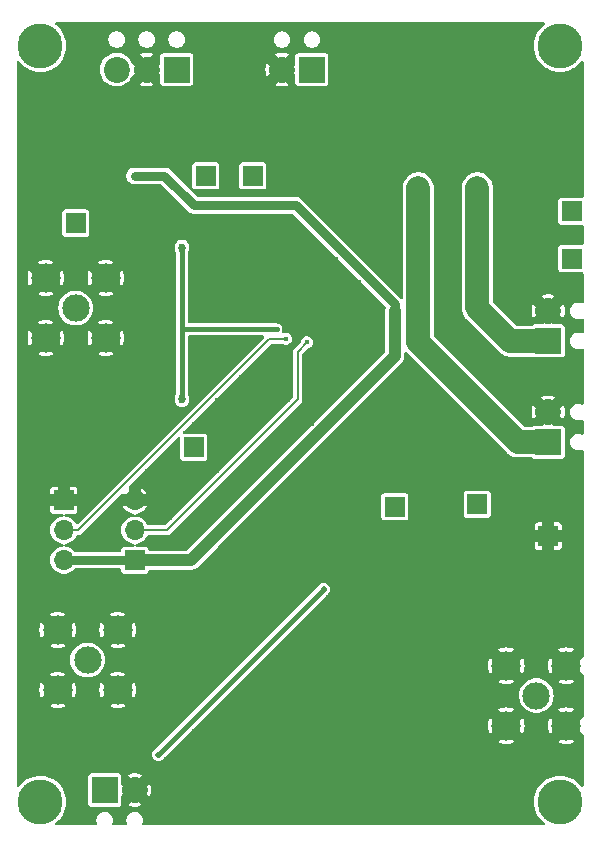
<source format=gbr>
%TF.GenerationSoftware,KiCad,Pcbnew,8.0.2*%
%TF.CreationDate,2024-10-27T20:41:51-03:00*%
%TF.ProjectId,LumiCom_Transmitter,4c756d69-436f-46d5-9f54-72616e736d69,rev?*%
%TF.SameCoordinates,Original*%
%TF.FileFunction,Copper,L2,Bot*%
%TF.FilePolarity,Positive*%
%FSLAX46Y46*%
G04 Gerber Fmt 4.6, Leading zero omitted, Abs format (unit mm)*
G04 Created by KiCad (PCBNEW 8.0.2) date 2024-10-27 20:41:51*
%MOMM*%
%LPD*%
G01*
G04 APERTURE LIST*
%TA.AperFunction,ComponentPad*%
%ADD10C,3.800000*%
%TD*%
%TA.AperFunction,ComponentPad*%
%ADD11R,1.700000X1.700000*%
%TD*%
%TA.AperFunction,ComponentPad*%
%ADD12O,1.700000X1.700000*%
%TD*%
%TA.AperFunction,ComponentPad*%
%ADD13R,2.200000X2.200000*%
%TD*%
%TA.AperFunction,ComponentPad*%
%ADD14C,2.200000*%
%TD*%
%TA.AperFunction,ComponentPad*%
%ADD15C,2.325000*%
%TD*%
%TA.AperFunction,ComponentPad*%
%ADD16C,2.475000*%
%TD*%
%TA.AperFunction,ViaPad*%
%ADD17C,0.400000*%
%TD*%
%TA.AperFunction,ViaPad*%
%ADD18C,0.600000*%
%TD*%
%TA.AperFunction,ViaPad*%
%ADD19C,0.800000*%
%TD*%
%TA.AperFunction,ViaPad*%
%ADD20C,0.500000*%
%TD*%
%TA.AperFunction,Conductor*%
%ADD21C,0.400000*%
%TD*%
%TA.AperFunction,Conductor*%
%ADD22C,1.000000*%
%TD*%
%TA.AperFunction,Conductor*%
%ADD23C,0.800000*%
%TD*%
%TA.AperFunction,Conductor*%
%ADD24C,2.000000*%
%TD*%
%TA.AperFunction,Conductor*%
%ADD25C,0.200000*%
%TD*%
G04 APERTURE END LIST*
D10*
%TO.P,H2,1*%
%TO.N,N/C*%
X47000000Y3000000D03*
%TD*%
%TO.P,H1,1*%
%TO.N,N/C*%
X3000000Y67000000D03*
%TD*%
D11*
%TO.P,J8,1,Pin_1*%
%TO.N,GND*%
X5000000Y28540000D03*
D12*
%TO.P,J8,2,Pin_2*%
%TO.N,Net-(J8-Pin_2)*%
X5000000Y26000000D03*
%TO.P,J8,3,Pin_3*%
%TO.N,VCC*%
X5000000Y23460000D03*
%TD*%
D13*
%TO.P,J2,1,Pin_1*%
%TO.N,Vanode*%
X26000000Y65000000D03*
D14*
%TO.P,J2,2,Pin_2*%
%TO.N,GND*%
X23460000Y65000000D03*
%TD*%
D13*
%TO.P,J4,1,Pin_1*%
%TO.N,Net-(J4-Pin_1)*%
X46000000Y33460000D03*
D14*
%TO.P,J4,2,Pin_2*%
%TO.N,GND*%
X46000000Y36000000D03*
%TD*%
D11*
%TO.P,TP3,1,1*%
%TO.N,Net-(R6-Pad2)*%
X21000000Y56000000D03*
%TD*%
D10*
%TO.P,H4,1*%
%TO.N,N/C*%
X3000000Y3000000D03*
%TD*%
D11*
%TO.P,TP1,1,1*%
%TO.N,Net-(J3-In)*%
X6000000Y52000000D03*
%TD*%
%TO.P,TP4,1,1*%
%TO.N,Net-(R7-Pad1)*%
X17000000Y56000000D03*
%TD*%
%TO.P,TP8,1,1*%
%TO.N,Net-(R19-Pad1)*%
X48000000Y53000000D03*
%TD*%
D10*
%TO.P,H3,1*%
%TO.N,N/C*%
X47000000Y67000000D03*
%TD*%
D11*
%TO.P,TP6,1,1*%
%TO.N,Net-(R15-Pad1)*%
X33000000Y28000000D03*
%TD*%
%TO.P,J9,1,Pin_1*%
%TO.N,VCC*%
X11000000Y23460000D03*
D12*
%TO.P,J9,2,Pin_2*%
%TO.N,Net-(J9-Pin_2)*%
X11000000Y26000000D03*
%TO.P,J9,3,Pin_3*%
%TO.N,GND*%
X11000000Y28540000D03*
%TD*%
D13*
%TO.P,J10,1,Pin_1*%
%TO.N,Net-(J10-Pin_1)*%
X8460000Y4000000D03*
D14*
%TO.P,J10,2,Pin_2*%
%TO.N,GND*%
X11000000Y4000000D03*
%TD*%
D13*
%TO.P,J1,1,Pin_1*%
%TO.N,VEE*%
X14540000Y65000000D03*
D14*
%TO.P,J1,2,Pin_2*%
%TO.N,GND*%
X12000000Y65000000D03*
%TO.P,J1,3,Pin_3*%
%TO.N,VCC*%
X9460000Y65000000D03*
%TD*%
D15*
%TO.P,J6,1,In*%
%TO.N,Net-(J6-In)*%
X45000000Y12000000D03*
D16*
%TO.P,J6,2,Ext*%
%TO.N,GND*%
X42460000Y9460000D03*
X47540000Y9460000D03*
X42460000Y14540000D03*
X47540000Y14540000D03*
%TD*%
D11*
%TO.P,TP2,1,1*%
%TO.N,Net-(R5-Pad2)*%
X16000000Y33000000D03*
%TD*%
%TO.P,TP5,1,1*%
%TO.N,Net-(R13-Pad1)*%
X48000000Y49000000D03*
%TD*%
%TO.P,TP7,1,1*%
%TO.N,Net-(R18-Pad1)*%
X40000000Y28200000D03*
%TD*%
D13*
%TO.P,J5,1,Pin_1*%
%TO.N,Net-(J5-Pin_1)*%
X46000000Y42030000D03*
D14*
%TO.P,J5,2,Pin_2*%
%TO.N,GND*%
X46000000Y44570000D03*
%TD*%
D15*
%TO.P,J7,1,In*%
%TO.N,Net-(J7-In)*%
X7000000Y15000000D03*
D16*
%TO.P,J7,2,Ext*%
%TO.N,GND*%
X9540000Y17540000D03*
X4460000Y17540000D03*
X9540000Y12460000D03*
X4460000Y12460000D03*
%TD*%
D11*
%TO.P,TP9,1,1*%
%TO.N,GND*%
X46000000Y25500000D03*
%TD*%
D15*
%TO.P,J3,1,In*%
%TO.N,Net-(J3-In)*%
X6000000Y44800000D03*
D16*
%TO.P,J3,2,Ext*%
%TO.N,GND*%
X8540000Y47340000D03*
X3460000Y47340000D03*
X8540000Y42260000D03*
X3460000Y42260000D03*
%TD*%
D17*
%TO.N,GND*%
X36000000Y27000000D03*
X4000000Y53000000D03*
X14000000Y19000000D03*
X44000000Y5000000D03*
X44000000Y7000000D03*
X6000000Y61000000D03*
X14000000Y49000000D03*
X10000000Y35000000D03*
X34000000Y37000000D03*
X36000000Y67000000D03*
X26600000Y44900000D03*
X4000000Y31000000D03*
X26000000Y11000000D03*
X42000000Y21000000D03*
X48000000Y57000000D03*
X42000000Y27000000D03*
X36000000Y35000000D03*
X26000000Y9000000D03*
X18000000Y17000000D03*
X20000000Y39000000D03*
X36000000Y37000000D03*
X10000000Y51000000D03*
X4000000Y63000000D03*
X28000000Y25000000D03*
X48000000Y31000000D03*
X6000000Y57000000D03*
X38000000Y3000000D03*
X48000000Y39000000D03*
X42000000Y67000000D03*
X30000000Y11000000D03*
X20000000Y59000000D03*
X16000000Y47000000D03*
X8000000Y59000000D03*
X4000000Y57000000D03*
X18000000Y49000000D03*
X16000000Y61000000D03*
X40000000Y3000000D03*
X14000000Y13000000D03*
X6000000Y59000000D03*
X22000000Y23000000D03*
X4000000Y37000000D03*
X12000000Y39000000D03*
X38000000Y57000000D03*
X26000000Y3000000D03*
X42000000Y17000000D03*
X20000000Y31000000D03*
X20000000Y51000000D03*
X8000000Y33000000D03*
X18000000Y31000000D03*
X16000000Y31000000D03*
X24000000Y37000000D03*
X18000000Y21000000D03*
X28000000Y29000000D03*
X16000000Y21000000D03*
X36000000Y29000000D03*
X26600000Y44200000D03*
X2000000Y13000000D03*
X10000000Y57000000D03*
X42000000Y3000000D03*
X12000000Y21000000D03*
X42000000Y23000000D03*
X20000000Y5000000D03*
X26000000Y45500000D03*
X4000000Y9000000D03*
X30000000Y47000000D03*
X28000000Y7000000D03*
X26000000Y25000000D03*
X34000000Y3000000D03*
X12000000Y35000000D03*
X6000000Y21000000D03*
X36000000Y3000000D03*
X24000000Y27000000D03*
X2000000Y11000000D03*
X4000000Y39000000D03*
X26000000Y35000000D03*
X44000000Y17000000D03*
X20000000Y49000000D03*
X38000000Y67000000D03*
X44000000Y31000000D03*
X16000000Y13000000D03*
X8000000Y35000000D03*
X4000000Y35000000D03*
X14000000Y29000000D03*
X8000000Y55000000D03*
X10000000Y41000000D03*
X46000000Y39000000D03*
X28000000Y5000000D03*
X16000000Y17000000D03*
X38000000Y27000000D03*
X22000000Y47000000D03*
X2000000Y15000000D03*
X18000000Y29000000D03*
X30000000Y25000000D03*
X48000000Y17000000D03*
X2000000Y25000000D03*
X16000000Y27000000D03*
X18000000Y19000000D03*
X4000000Y61000000D03*
D18*
X23000000Y37000000D03*
D17*
X30000000Y41000000D03*
X24000000Y29000000D03*
X26000000Y31000000D03*
X26000000Y23000000D03*
X22000000Y45000000D03*
X42000000Y5000000D03*
X46000000Y7000000D03*
X14000000Y31000000D03*
X20000000Y37000000D03*
D18*
X19000000Y30000000D03*
D17*
X2000000Y7000000D03*
X6000000Y67000000D03*
X8000000Y53000000D03*
X28000000Y11000000D03*
X16000000Y7000000D03*
X8000000Y21000000D03*
X32000000Y57000000D03*
X2000000Y9000000D03*
X14000000Y35000000D03*
X48000000Y63000000D03*
X8000000Y57000000D03*
X42000000Y25000000D03*
X30000000Y27000000D03*
X12000000Y37000000D03*
X2000000Y35000000D03*
X26000000Y44200000D03*
X10000000Y49000000D03*
X12000000Y31000000D03*
D19*
X6000000Y33000000D03*
D17*
X6000000Y31000000D03*
X26000000Y29000000D03*
X26000000Y44900000D03*
X22000000Y25000000D03*
X8000000Y61000000D03*
X18000000Y37000000D03*
X22000000Y5000000D03*
X2000000Y33000000D03*
X28000000Y41000000D03*
X14000000Y17000000D03*
X4000000Y33000000D03*
X8000000Y39000000D03*
X10000000Y55000000D03*
X18000000Y39000000D03*
X6000000Y65000000D03*
X2000000Y19000000D03*
X28000000Y23000000D03*
X27300000Y45500000D03*
X4000000Y7000000D03*
X2000000Y29000000D03*
X6000000Y63000000D03*
X42000000Y7000000D03*
X30000000Y31000000D03*
X12000000Y51000000D03*
X38000000Y35000000D03*
X20000000Y3000000D03*
X10000000Y33000000D03*
X42000000Y19000000D03*
X22000000Y51000000D03*
X22000000Y3000000D03*
X26000000Y5000000D03*
X38000000Y33000000D03*
X28000000Y3000000D03*
X22000000Y37000000D03*
X26600000Y45500000D03*
X26000000Y27000000D03*
X12000000Y43000000D03*
X2000000Y17000000D03*
X44000000Y39000000D03*
X30000000Y29000000D03*
X38000000Y53000000D03*
X38000000Y55000000D03*
X14000000Y21000000D03*
X4000000Y59000000D03*
X18000000Y35000000D03*
X8000000Y51000000D03*
X12000000Y41000000D03*
X36000000Y33000000D03*
X18000000Y59000000D03*
X10000000Y37000000D03*
X38000000Y31000000D03*
X8000000Y31000000D03*
X26000000Y7000000D03*
X30000000Y3000000D03*
X4000000Y21000000D03*
X16000000Y49000000D03*
X16000000Y5000000D03*
X2000000Y21000000D03*
X28000000Y49000000D03*
X34000000Y67000000D03*
X32000000Y55000000D03*
X40000000Y67000000D03*
X10000000Y21000000D03*
X12000000Y13000000D03*
X8000000Y37000000D03*
X16000000Y35000000D03*
D18*
X38000000Y43000000D03*
D17*
X12000000Y47000000D03*
X36000000Y31000000D03*
X14000000Y25000000D03*
X10000000Y31000000D03*
X24000000Y23000000D03*
X14000000Y27000000D03*
X28000000Y27000000D03*
X4000000Y51000000D03*
X46000000Y17000000D03*
X28000000Y9000000D03*
X32000000Y3000000D03*
X28000000Y31000000D03*
X2000000Y31000000D03*
X38000000Y29000000D03*
X18000000Y23000000D03*
X20000000Y35000000D03*
X10000000Y39000000D03*
X38000000Y51000000D03*
X16000000Y9000000D03*
X2000000Y27000000D03*
X24000000Y25000000D03*
X48000000Y60000000D03*
X27300000Y44200000D03*
X22000000Y27000000D03*
X27300000Y44900000D03*
X46000000Y31000000D03*
X4000000Y55000000D03*
X24000000Y51000000D03*
X16000000Y19000000D03*
X2000000Y23000000D03*
X12000000Y33000000D03*
%TO.N,VEE*%
X23000000Y43000000D03*
D18*
X15000000Y50000000D03*
X15000000Y37000000D03*
%TO.N,VCC*%
X11000000Y56000000D03*
X33000000Y44578549D03*
%TO.N,Net-(J5-Pin_1)*%
X40000000Y51000000D03*
X40000000Y53000000D03*
X40000000Y55000000D03*
X40000000Y52000000D03*
X40000000Y54000000D03*
%TO.N,Net-(J4-Pin_1)*%
X35000000Y51000000D03*
X35000000Y52000000D03*
X35000000Y53000000D03*
X35000000Y54000000D03*
X35000000Y55000000D03*
D17*
%TO.N,Net-(J9-Pin_2)*%
X25574999Y41900000D03*
%TO.N,Net-(J8-Pin_2)*%
X23800000Y42200000D03*
D20*
%TO.N,Net-(J10-Pin_1)*%
X27000000Y21000000D03*
X13000000Y7000000D03*
%TD*%
D21*
%TO.N,VEE*%
X15000000Y50000000D02*
X15000000Y37000000D01*
X15000000Y37100000D02*
X15000000Y37000000D01*
X15000000Y43000000D02*
X23000000Y43000000D01*
D22*
%TO.N,VCC*%
X33000000Y40727207D02*
X33000000Y44578549D01*
D23*
X13500000Y56000000D02*
X11000000Y56000000D01*
D22*
X11000000Y23460000D02*
X15732793Y23460000D01*
D23*
X24631371Y53500000D02*
X16000000Y53500000D01*
X33000000Y44577549D02*
X33000000Y45131371D01*
D22*
X15732793Y23460000D02*
X33000000Y40727207D01*
D23*
X11000000Y23460000D02*
X5000000Y23460000D01*
X33000000Y45131371D02*
X24631371Y53500000D01*
X16000000Y53500000D02*
X13500000Y56000000D01*
D24*
%TO.N,Net-(J5-Pin_1)*%
X42800000Y42000000D02*
X45970000Y42000000D01*
X40000000Y51000000D02*
X40000000Y44900000D01*
X40070711Y44729290D02*
X42800000Y42000000D01*
X40000000Y55000000D02*
X40000000Y51000000D01*
X40000000Y44900000D02*
X40001994Y44852375D01*
X45970000Y42000000D02*
X46000000Y42030000D01*
X40000000Y51000000D02*
X40000000Y53000000D01*
X40001994Y44852375D02*
G75*
G03*
X40070706Y44729284I212906J38125D01*
G01*
%TO.N,Net-(J4-Pin_1)*%
X35000000Y55000000D02*
X35000000Y41900000D01*
X35000000Y41900000D02*
X43440000Y33460000D01*
X43440000Y33460000D02*
X46000000Y33460000D01*
D25*
%TO.N,Net-(J9-Pin_2)*%
X24800000Y41125001D02*
X24800000Y37092893D01*
X13707107Y26000000D02*
X11000000Y26000000D01*
X24800000Y37092893D02*
X13707107Y26000000D01*
X25574999Y41900000D02*
X24800000Y41125001D01*
%TO.N,Net-(J8-Pin_2)*%
X23800000Y42200000D02*
X22402081Y42200000D01*
X6202081Y26000000D02*
X5000000Y26000000D01*
X22402081Y42200000D02*
X6202081Y26000000D01*
D21*
%TO.N,Net-(J10-Pin_1)*%
X27000000Y21000000D02*
X13000000Y7000000D01*
%TD*%
%TA.AperFunction,Conductor*%
%TO.N,GND*%
G36*
X45690682Y68980315D02*
G01*
X45736437Y68927511D01*
X45746381Y68858353D01*
X45717356Y68794797D01*
X45692535Y68772900D01*
X45676475Y68762169D01*
X45657542Y68749518D01*
X45440672Y68559328D01*
X45250478Y68342453D01*
X45090223Y68102614D01*
X45090219Y68102607D01*
X44962642Y67843906D01*
X44869921Y67570761D01*
X44869917Y67570746D01*
X44823158Y67335668D01*
X44813644Y67287839D01*
X44794778Y67000000D01*
X44800072Y66919222D01*
X44813644Y66712163D01*
X44813646Y66712151D01*
X44869917Y66429255D01*
X44869921Y66429240D01*
X44962642Y66156095D01*
X45090219Y65897394D01*
X45090223Y65897387D01*
X45250478Y65657548D01*
X45440672Y65440673D01*
X45657547Y65250479D01*
X45686372Y65231219D01*
X45897389Y65090222D01*
X46156098Y64962641D01*
X46429247Y64869919D01*
X46712161Y64813644D01*
X47000000Y64794778D01*
X47287839Y64813644D01*
X47570753Y64869919D01*
X47843902Y64962641D01*
X48102611Y65090222D01*
X48342454Y65250480D01*
X48559327Y65440673D01*
X48749520Y65657546D01*
X48772898Y65692535D01*
X48826509Y65737339D01*
X48895834Y65746046D01*
X48958862Y65715892D01*
X48995582Y65656449D01*
X49000000Y65623643D01*
X49000000Y54274500D01*
X48980315Y54207461D01*
X48927511Y54161706D01*
X48876000Y54150500D01*
X47105143Y54150500D01*
X47105117Y54150498D01*
X47080012Y54147587D01*
X47080008Y54147585D01*
X46977235Y54102207D01*
X46897794Y54022766D01*
X46852415Y53919994D01*
X46852415Y53919992D01*
X46849500Y53894869D01*
X46849500Y52105144D01*
X46849502Y52105118D01*
X46852413Y52080013D01*
X46852415Y52080009D01*
X46897793Y51977236D01*
X46897794Y51977235D01*
X46977235Y51897794D01*
X47080009Y51852415D01*
X47105135Y51849500D01*
X48876000Y51849501D01*
X48943039Y51829816D01*
X48988794Y51777013D01*
X49000000Y51725501D01*
X49000000Y50274500D01*
X48980315Y50207461D01*
X48927511Y50161706D01*
X48876000Y50150500D01*
X47105143Y50150500D01*
X47105117Y50150498D01*
X47080012Y50147587D01*
X47080008Y50147585D01*
X46977235Y50102207D01*
X46897794Y50022766D01*
X46852415Y49919994D01*
X46852415Y49919992D01*
X46849500Y49894869D01*
X46849500Y48105144D01*
X46849502Y48105118D01*
X46852413Y48080013D01*
X46852415Y48080009D01*
X46897793Y47977236D01*
X46897794Y47977235D01*
X46977235Y47897794D01*
X47080009Y47852415D01*
X47105135Y47849500D01*
X48876000Y47849501D01*
X48943039Y47829816D01*
X48988794Y47777013D01*
X49000000Y47725501D01*
X49000000Y45323257D01*
X48980315Y45256218D01*
X48927511Y45210463D01*
X48858353Y45200519D01*
X48828548Y45208696D01*
X48744332Y45243579D01*
X48744322Y45243582D01*
X48608995Y45270500D01*
X48608993Y45270500D01*
X48471007Y45270500D01*
X48471005Y45270500D01*
X48335677Y45243582D01*
X48335667Y45243579D01*
X48208195Y45190779D01*
X48208182Y45190772D01*
X48093458Y45114115D01*
X48093454Y45114112D01*
X47995888Y45016546D01*
X47995885Y45016542D01*
X47919228Y44901818D01*
X47919221Y44901805D01*
X47866421Y44774333D01*
X47866418Y44774323D01*
X47839500Y44638996D01*
X47839500Y44638993D01*
X47839500Y44501007D01*
X47839500Y44501005D01*
X47839499Y44501005D01*
X47866418Y44365678D01*
X47866421Y44365668D01*
X47919221Y44238196D01*
X47919228Y44238183D01*
X47995885Y44123459D01*
X47995888Y44123455D01*
X48093454Y44025889D01*
X48093458Y44025886D01*
X48208182Y43949229D01*
X48208195Y43949222D01*
X48331068Y43898327D01*
X48335672Y43896420D01*
X48335676Y43896420D01*
X48335677Y43896419D01*
X48471004Y43869500D01*
X48471007Y43869500D01*
X48608995Y43869500D01*
X48700041Y43887611D01*
X48744328Y43896420D01*
X48828548Y43931306D01*
X48898016Y43938774D01*
X48960496Y43907499D01*
X48996148Y43847410D01*
X49000000Y43816744D01*
X49000000Y42783257D01*
X48980315Y42716218D01*
X48927511Y42670463D01*
X48858353Y42660519D01*
X48828548Y42668696D01*
X48744332Y42703579D01*
X48744322Y42703582D01*
X48608995Y42730500D01*
X48608993Y42730500D01*
X48471007Y42730500D01*
X48471005Y42730500D01*
X48335677Y42703582D01*
X48335667Y42703579D01*
X48208195Y42650779D01*
X48208182Y42650772D01*
X48093458Y42574115D01*
X48093454Y42574112D01*
X47995888Y42476546D01*
X47995885Y42476542D01*
X47919228Y42361818D01*
X47919221Y42361805D01*
X47866421Y42234333D01*
X47866418Y42234323D01*
X47839500Y42098996D01*
X47839500Y42098993D01*
X47839500Y41961007D01*
X47839500Y41961005D01*
X47839499Y41961005D01*
X47866418Y41825678D01*
X47866421Y41825668D01*
X47919221Y41698196D01*
X47919228Y41698183D01*
X47995885Y41583459D01*
X47995888Y41583455D01*
X48093454Y41485889D01*
X48093458Y41485886D01*
X48208182Y41409229D01*
X48208195Y41409222D01*
X48335667Y41356422D01*
X48335672Y41356420D01*
X48335676Y41356420D01*
X48335677Y41356419D01*
X48471004Y41329500D01*
X48471007Y41329500D01*
X48608995Y41329500D01*
X48703954Y41348389D01*
X48744328Y41356420D01*
X48828548Y41391306D01*
X48898016Y41398774D01*
X48960496Y41367499D01*
X48996148Y41307410D01*
X49000000Y41276744D01*
X49000000Y36753257D01*
X48980315Y36686218D01*
X48927511Y36640463D01*
X48858353Y36630519D01*
X48828548Y36638696D01*
X48744332Y36673579D01*
X48744322Y36673582D01*
X48608995Y36700500D01*
X48608993Y36700500D01*
X48471007Y36700500D01*
X48471005Y36700500D01*
X48335677Y36673582D01*
X48335667Y36673579D01*
X48208195Y36620779D01*
X48208182Y36620772D01*
X48093458Y36544115D01*
X48093454Y36544112D01*
X47995888Y36446546D01*
X47995885Y36446542D01*
X47919228Y36331818D01*
X47919221Y36331805D01*
X47866421Y36204333D01*
X47866418Y36204323D01*
X47839500Y36068996D01*
X47839500Y36068993D01*
X47839500Y35931007D01*
X47839500Y35931005D01*
X47839499Y35931005D01*
X47866418Y35795678D01*
X47866421Y35795668D01*
X47919221Y35668196D01*
X47919228Y35668183D01*
X47995885Y35553459D01*
X47995888Y35553455D01*
X48093454Y35455889D01*
X48093458Y35455886D01*
X48208182Y35379229D01*
X48208195Y35379222D01*
X48335667Y35326422D01*
X48335672Y35326420D01*
X48335676Y35326420D01*
X48335677Y35326419D01*
X48471004Y35299500D01*
X48471007Y35299500D01*
X48608995Y35299500D01*
X48700041Y35317611D01*
X48744328Y35326420D01*
X48828548Y35361306D01*
X48898016Y35368774D01*
X48960496Y35337499D01*
X48996148Y35277410D01*
X49000000Y35246744D01*
X49000000Y34213257D01*
X48980315Y34146218D01*
X48927511Y34100463D01*
X48858353Y34090519D01*
X48828548Y34098696D01*
X48744332Y34133579D01*
X48744322Y34133582D01*
X48608995Y34160500D01*
X48608993Y34160500D01*
X48471007Y34160500D01*
X48471005Y34160500D01*
X48335677Y34133582D01*
X48335667Y34133579D01*
X48208195Y34080779D01*
X48208182Y34080772D01*
X48093458Y34004115D01*
X48093454Y34004112D01*
X47995888Y33906546D01*
X47995885Y33906542D01*
X47919228Y33791818D01*
X47919221Y33791805D01*
X47866421Y33664333D01*
X47866418Y33664323D01*
X47839500Y33528996D01*
X47839500Y33528993D01*
X47839500Y33391007D01*
X47839500Y33391005D01*
X47839499Y33391005D01*
X47866418Y33255678D01*
X47866421Y33255668D01*
X47919221Y33128196D01*
X47919228Y33128183D01*
X47995885Y33013459D01*
X47995888Y33013455D01*
X48093454Y32915889D01*
X48093458Y32915886D01*
X48208182Y32839229D01*
X48208195Y32839222D01*
X48335667Y32786422D01*
X48335672Y32786420D01*
X48335676Y32786420D01*
X48335677Y32786419D01*
X48471004Y32759500D01*
X48471007Y32759500D01*
X48608995Y32759500D01*
X48700041Y32777611D01*
X48744328Y32786420D01*
X48828548Y32821306D01*
X48898016Y32828774D01*
X48960496Y32797499D01*
X48996148Y32737410D01*
X49000000Y32706744D01*
X49000000Y15344257D01*
X48980315Y15277218D01*
X48963681Y15256576D01*
X48358921Y14651816D01*
X48333296Y14780644D01*
X48271106Y14930784D01*
X48180819Y15065907D01*
X48065907Y15180819D01*
X47930784Y15271106D01*
X47780644Y15333296D01*
X47651814Y15358922D01*
X48216751Y15923859D01*
X48016582Y16006772D01*
X47781265Y16063266D01*
X47540000Y16082254D01*
X47298734Y16063266D01*
X47063417Y16006772D01*
X46863247Y15923859D01*
X47428185Y15358922D01*
X47299356Y15333296D01*
X47149216Y15271106D01*
X47014093Y15180819D01*
X46899181Y15065907D01*
X46808894Y14930784D01*
X46746704Y14780644D01*
X46721078Y14651816D01*
X46156141Y15216753D01*
X46073228Y15016583D01*
X46016734Y14781266D01*
X45997746Y14540000D01*
X46016734Y14298735D01*
X46073228Y14063418D01*
X46156141Y13863249D01*
X46721078Y14428186D01*
X46746704Y14299356D01*
X46808894Y14149216D01*
X46899181Y14014093D01*
X47014093Y13899181D01*
X47149216Y13808894D01*
X47299356Y13746704D01*
X47428185Y13721079D01*
X46863247Y13156143D01*
X47063414Y13073231D01*
X47063426Y13073227D01*
X47298734Y13016735D01*
X47540000Y12997747D01*
X47781265Y13016735D01*
X48016573Y13073227D01*
X48016585Y13073231D01*
X48216751Y13156143D01*
X47651815Y13721079D01*
X47780644Y13746704D01*
X47930784Y13808894D01*
X48065907Y13899181D01*
X48180819Y14014093D01*
X48271106Y14149216D01*
X48333296Y14299356D01*
X48358921Y14428186D01*
X48963681Y13823426D01*
X48997166Y13762103D01*
X49000000Y13735745D01*
X49000000Y10264257D01*
X48980315Y10197218D01*
X48963681Y10176576D01*
X48358921Y9571816D01*
X48333296Y9700644D01*
X48271106Y9850784D01*
X48180819Y9985907D01*
X48065907Y10100819D01*
X47930784Y10191106D01*
X47780644Y10253296D01*
X47651814Y10278922D01*
X48216751Y10843859D01*
X48016582Y10926772D01*
X47781265Y10983266D01*
X47540000Y11002254D01*
X47298734Y10983266D01*
X47063417Y10926772D01*
X46863247Y10843859D01*
X47428185Y10278922D01*
X47299356Y10253296D01*
X47149216Y10191106D01*
X47014093Y10100819D01*
X46899181Y9985907D01*
X46808894Y9850784D01*
X46746704Y9700644D01*
X46721078Y9571816D01*
X46156141Y10136753D01*
X46073228Y9936583D01*
X46016734Y9701266D01*
X45997746Y9460000D01*
X46016734Y9218735D01*
X46073228Y8983418D01*
X46156141Y8783249D01*
X46721078Y9348186D01*
X46746704Y9219356D01*
X46808894Y9069216D01*
X46899181Y8934093D01*
X47014093Y8819181D01*
X47149216Y8728894D01*
X47299356Y8666704D01*
X47428185Y8641079D01*
X46863247Y8076143D01*
X47063414Y7993231D01*
X47063426Y7993227D01*
X47298734Y7936735D01*
X47540000Y7917747D01*
X47781265Y7936735D01*
X48016573Y7993227D01*
X48016585Y7993231D01*
X48216751Y8076143D01*
X47651815Y8641079D01*
X47780644Y8666704D01*
X47930784Y8728894D01*
X48065907Y8819181D01*
X48180819Y8934093D01*
X48271106Y9069216D01*
X48333296Y9219356D01*
X48358921Y9348186D01*
X48963681Y8743426D01*
X48997166Y8682103D01*
X49000000Y8655745D01*
X49000000Y4376358D01*
X48980315Y4309319D01*
X48927511Y4263564D01*
X48858353Y4253620D01*
X48794797Y4282645D01*
X48772898Y4307467D01*
X48749519Y4342456D01*
X48559327Y4559328D01*
X48342452Y4749522D01*
X48102613Y4909777D01*
X48102606Y4909781D01*
X47843905Y5037358D01*
X47570760Y5130079D01*
X47570754Y5130081D01*
X47570753Y5130081D01*
X47570751Y5130082D01*
X47570745Y5130083D01*
X47287849Y5186354D01*
X47287839Y5186356D01*
X47000000Y5205222D01*
X46712161Y5186356D01*
X46712155Y5186355D01*
X46712150Y5186354D01*
X46429254Y5130083D01*
X46429239Y5130079D01*
X46156094Y5037358D01*
X45897393Y4909781D01*
X45897386Y4909777D01*
X45657547Y4749522D01*
X45440672Y4559328D01*
X45250478Y4342453D01*
X45090223Y4102614D01*
X45090219Y4102607D01*
X44962642Y3843906D01*
X44869921Y3570761D01*
X44869917Y3570746D01*
X44841696Y3428868D01*
X44813644Y3287839D01*
X44794778Y3000000D01*
X44813554Y2713527D01*
X44813644Y2712163D01*
X44813646Y2712151D01*
X44869917Y2429255D01*
X44869921Y2429240D01*
X44962642Y2156095D01*
X45090219Y1897394D01*
X45090223Y1897387D01*
X45250478Y1657548D01*
X45440672Y1440673D01*
X45657542Y1250483D01*
X45657544Y1250482D01*
X45657546Y1250480D01*
X45692534Y1227102D01*
X45737339Y1173491D01*
X45746046Y1104166D01*
X45715892Y1041138D01*
X45656449Y1004418D01*
X45623643Y1000000D01*
X11753257Y1000000D01*
X11686218Y1019685D01*
X11640463Y1072489D01*
X11630519Y1141647D01*
X11638696Y1171452D01*
X11671429Y1250480D01*
X11673580Y1255672D01*
X11700500Y1391007D01*
X11700500Y1528993D01*
X11700500Y1528996D01*
X11673581Y1664323D01*
X11673580Y1664324D01*
X11673580Y1664328D01*
X11643338Y1737339D01*
X11620778Y1791805D01*
X11620771Y1791818D01*
X11544114Y1906542D01*
X11544111Y1906546D01*
X11446545Y2004112D01*
X11446541Y2004115D01*
X11331817Y2080772D01*
X11331804Y2080779D01*
X11204332Y2133579D01*
X11204322Y2133582D01*
X11068995Y2160500D01*
X11068993Y2160500D01*
X10931007Y2160500D01*
X10931005Y2160500D01*
X10795677Y2133582D01*
X10795667Y2133579D01*
X10668195Y2080779D01*
X10668182Y2080772D01*
X10553458Y2004115D01*
X10553454Y2004112D01*
X10455888Y1906546D01*
X10455885Y1906542D01*
X10379228Y1791818D01*
X10379221Y1791805D01*
X10326421Y1664333D01*
X10326418Y1664323D01*
X10299500Y1528996D01*
X10299500Y1528993D01*
X10299500Y1391007D01*
X10299500Y1391005D01*
X10299499Y1391005D01*
X10326418Y1255678D01*
X10326421Y1255668D01*
X10361304Y1171452D01*
X10368773Y1101982D01*
X10337497Y1039503D01*
X10277408Y1003852D01*
X10246743Y1000000D01*
X9213257Y1000000D01*
X9146218Y1019685D01*
X9100463Y1072489D01*
X9090519Y1141647D01*
X9098696Y1171452D01*
X9131429Y1250480D01*
X9133580Y1255672D01*
X9160500Y1391007D01*
X9160500Y1528993D01*
X9160500Y1528996D01*
X9133581Y1664323D01*
X9133580Y1664324D01*
X9133580Y1664328D01*
X9103338Y1737339D01*
X9080778Y1791805D01*
X9080771Y1791818D01*
X9004114Y1906542D01*
X9004111Y1906546D01*
X8906545Y2004112D01*
X8906541Y2004115D01*
X8791817Y2080772D01*
X8791804Y2080779D01*
X8664332Y2133579D01*
X8664322Y2133582D01*
X8528995Y2160500D01*
X8528993Y2160500D01*
X8391007Y2160500D01*
X8391005Y2160500D01*
X8255677Y2133582D01*
X8255667Y2133579D01*
X8128195Y2080779D01*
X8128182Y2080772D01*
X8013458Y2004115D01*
X8013454Y2004112D01*
X7915888Y1906546D01*
X7915885Y1906542D01*
X7839228Y1791818D01*
X7839221Y1791805D01*
X7786421Y1664333D01*
X7786418Y1664323D01*
X7759500Y1528996D01*
X7759500Y1528993D01*
X7759500Y1391007D01*
X7759500Y1391005D01*
X7759499Y1391005D01*
X7786418Y1255678D01*
X7786421Y1255668D01*
X7821304Y1171452D01*
X7828773Y1101982D01*
X7797497Y1039503D01*
X7737408Y1003852D01*
X7706743Y1000000D01*
X4376357Y1000000D01*
X4309318Y1019685D01*
X4263563Y1072489D01*
X4253619Y1141647D01*
X4282644Y1205203D01*
X4307464Y1227101D01*
X4342454Y1250480D01*
X4559327Y1440673D01*
X4749520Y1657546D01*
X4909778Y1897389D01*
X5037359Y2156098D01*
X5130081Y2429247D01*
X5186356Y2712161D01*
X5205222Y3000000D01*
X5186356Y3287839D01*
X5130081Y3570753D01*
X5037359Y3843902D01*
X4909778Y4102611D01*
X4909776Y4102614D01*
X4749521Y4342453D01*
X4559327Y4559328D01*
X4342452Y4749522D01*
X4102613Y4909777D01*
X4102606Y4909781D01*
X3843905Y5037358D01*
X3570760Y5130079D01*
X3570754Y5130081D01*
X3570753Y5130081D01*
X3570751Y5130082D01*
X3570745Y5130083D01*
X3496410Y5144869D01*
X7059500Y5144869D01*
X7059500Y2855144D01*
X7059502Y2855118D01*
X7062413Y2830013D01*
X7062415Y2830009D01*
X7107793Y2727236D01*
X7107794Y2727235D01*
X7187235Y2647794D01*
X7290009Y2602415D01*
X7315135Y2599500D01*
X9604864Y2599501D01*
X9604879Y2599503D01*
X9604882Y2599503D01*
X9629987Y2602414D01*
X9629988Y2602415D01*
X9629991Y2602415D01*
X9732765Y2647794D01*
X9803787Y2718816D01*
X10425919Y2718816D01*
X10435693Y2713527D01*
X10435707Y2713521D01*
X10655139Y2638189D01*
X10883993Y2600000D01*
X11116007Y2600000D01*
X11344860Y2638189D01*
X11564290Y2713519D01*
X11564299Y2713523D01*
X11574078Y2718816D01*
X11574079Y2718816D01*
X10996531Y3296364D01*
X10983350Y3287557D01*
X10980315Y3277219D01*
X10963681Y3256577D01*
X10425919Y2718816D01*
X9803787Y2718816D01*
X9812206Y2727235D01*
X9857585Y2830009D01*
X9860500Y2855135D01*
X9860499Y3516248D01*
X9880183Y3583284D01*
X9896818Y3603926D01*
X10292893Y4000001D01*
X10220485Y4072409D01*
X10450000Y4072409D01*
X10450000Y3927591D01*
X10487482Y3787708D01*
X10559890Y3662292D01*
X10662292Y3559890D01*
X10787708Y3487482D01*
X10927591Y3450000D01*
X11072409Y3450000D01*
X11212292Y3487482D01*
X11337708Y3559890D01*
X11440110Y3662292D01*
X11512518Y3787708D01*
X11550000Y3927591D01*
X11550000Y4003469D01*
X11703636Y4003469D01*
X12278238Y3428867D01*
X12278239Y3428868D01*
X12328681Y3543860D01*
X12385638Y3768782D01*
X12404798Y4000000D01*
X12404798Y4000006D01*
X12385638Y4231219D01*
X12328682Y4456135D01*
X12278238Y4571135D01*
X11743424Y4036319D01*
X11715339Y4020984D01*
X11703636Y4003469D01*
X11550000Y4003469D01*
X11550000Y4072409D01*
X11512518Y4212292D01*
X11440110Y4337708D01*
X11337708Y4440110D01*
X11212292Y4512518D01*
X11072409Y4550000D01*
X10927591Y4550000D01*
X10787708Y4512518D01*
X10662292Y4440110D01*
X10559890Y4337708D01*
X10487482Y4212292D01*
X10450000Y4072409D01*
X10220485Y4072409D01*
X9896818Y4396076D01*
X9863333Y4457399D01*
X9860499Y4483757D01*
X9860499Y5144857D01*
X9860499Y5144864D01*
X9860497Y5144883D01*
X9857586Y5169988D01*
X9857585Y5169990D01*
X9857585Y5169991D01*
X9812206Y5272765D01*
X9803785Y5281186D01*
X10425919Y5281186D01*
X10999998Y4707108D01*
X10999999Y4707107D01*
X11000000Y4707107D01*
X11000000Y4707108D01*
X11574079Y5281186D01*
X11574078Y5281187D01*
X11564300Y5286478D01*
X11344860Y5361812D01*
X11116007Y5400000D01*
X10883993Y5400000D01*
X10655139Y5361812D01*
X10435709Y5286481D01*
X10435702Y5286479D01*
X10425919Y5281186D01*
X9803785Y5281186D01*
X9732765Y5352206D01*
X9732763Y5352207D01*
X9629992Y5397585D01*
X9604865Y5400500D01*
X7315143Y5400500D01*
X7315117Y5400498D01*
X7290012Y5397587D01*
X7290008Y5397585D01*
X7187235Y5352207D01*
X7107794Y5272766D01*
X7062415Y5169994D01*
X7062415Y5169992D01*
X7059500Y5144869D01*
X3496410Y5144869D01*
X3287849Y5186354D01*
X3287839Y5186356D01*
X3000000Y5205222D01*
X2712161Y5186356D01*
X2712155Y5186355D01*
X2712150Y5186354D01*
X2429254Y5130083D01*
X2429239Y5130079D01*
X2156094Y5037358D01*
X1897393Y4909781D01*
X1897386Y4909777D01*
X1657547Y4749522D01*
X1440672Y4559328D01*
X1250480Y4342456D01*
X1227102Y4307467D01*
X1173489Y4262662D01*
X1104164Y4253955D01*
X1041137Y4284110D01*
X1004418Y4343553D01*
X1000000Y4376358D01*
X1000000Y7000001D01*
X12444750Y7000001D01*
X12444750Y7000000D01*
X12463670Y6856292D01*
X12463671Y6856288D01*
X12519137Y6722378D01*
X12519138Y6722376D01*
X12519139Y6722375D01*
X12607379Y6607379D01*
X12722375Y6519139D01*
X12856291Y6463670D01*
X12983280Y6446952D01*
X12999999Y6444750D01*
X13000000Y6444750D01*
X13000001Y6444750D01*
X13014977Y6446722D01*
X13143709Y6463670D01*
X13277625Y6519139D01*
X13392621Y6607379D01*
X13480861Y6722375D01*
X13507252Y6786093D01*
X13534129Y6826317D01*
X16167812Y9460000D01*
X40917746Y9460000D01*
X40936734Y9218735D01*
X40993228Y8983418D01*
X41076141Y8783249D01*
X41641078Y9348186D01*
X41666704Y9219356D01*
X41728894Y9069216D01*
X41819181Y8934093D01*
X41934093Y8819181D01*
X42069216Y8728894D01*
X42219356Y8666704D01*
X42348185Y8641079D01*
X41783247Y8076143D01*
X41983414Y7993231D01*
X41983426Y7993227D01*
X42218734Y7936735D01*
X42460000Y7917747D01*
X42701265Y7936735D01*
X42936573Y7993227D01*
X42936585Y7993231D01*
X43136751Y8076143D01*
X42571815Y8641079D01*
X42700644Y8666704D01*
X42850784Y8728894D01*
X42985907Y8819181D01*
X43100819Y8934093D01*
X43191106Y9069216D01*
X43253296Y9219356D01*
X43278921Y9348186D01*
X43843857Y8783249D01*
X43926769Y8983415D01*
X43926773Y8983427D01*
X43983265Y9218735D01*
X44002253Y9460000D01*
X43983265Y9701266D01*
X43926773Y9936574D01*
X43926769Y9936586D01*
X43843857Y10136753D01*
X43278921Y9571816D01*
X43253296Y9700644D01*
X43191106Y9850784D01*
X43100819Y9985907D01*
X42985907Y10100819D01*
X42850784Y10191106D01*
X42700644Y10253296D01*
X42571814Y10278922D01*
X43136751Y10843859D01*
X42936582Y10926772D01*
X42701265Y10983266D01*
X42460000Y11002254D01*
X42218734Y10983266D01*
X41983417Y10926772D01*
X41783247Y10843859D01*
X42348185Y10278922D01*
X42219356Y10253296D01*
X42069216Y10191106D01*
X41934093Y10100819D01*
X41819181Y9985907D01*
X41728894Y9850784D01*
X41666704Y9700644D01*
X41641078Y9571816D01*
X41076141Y10136753D01*
X40993228Y9936583D01*
X40936734Y9701266D01*
X40917746Y9460000D01*
X16167812Y9460000D01*
X18707818Y12000006D01*
X43531986Y12000006D01*
X43531986Y11999995D01*
X43552007Y11758377D01*
X43575221Y11666704D01*
X43611527Y11523337D01*
X43708920Y11301303D01*
X43841531Y11098327D01*
X44005741Y10919947D01*
X44197072Y10771028D01*
X44410305Y10655632D01*
X44639624Y10576907D01*
X44878772Y10537000D01*
X44878773Y10537000D01*
X45121227Y10537000D01*
X45121228Y10537000D01*
X45360376Y10576907D01*
X45589695Y10655632D01*
X45802928Y10771028D01*
X45994259Y10919947D01*
X46158469Y11098327D01*
X46291080Y11301303D01*
X46388473Y11523337D01*
X46447992Y11758373D01*
X46468014Y12000000D01*
X46447992Y12241627D01*
X46388473Y12476663D01*
X46291080Y12698697D01*
X46158469Y12901673D01*
X45994259Y13080053D01*
X45802928Y13228972D01*
X45802926Y13228973D01*
X45802925Y13228974D01*
X45589696Y13344368D01*
X45589690Y13344370D01*
X45360378Y13423093D01*
X45200944Y13449698D01*
X45121228Y13463000D01*
X44878772Y13463000D01*
X44818985Y13453024D01*
X44639621Y13423093D01*
X44410309Y13344370D01*
X44410303Y13344368D01*
X44197074Y13228974D01*
X44005742Y13080054D01*
X43841531Y12901673D01*
X43708918Y12698694D01*
X43611526Y12476662D01*
X43552007Y12241624D01*
X43531986Y12000006D01*
X18707818Y12000006D01*
X21247812Y14540000D01*
X40917746Y14540000D01*
X40936734Y14298735D01*
X40993228Y14063418D01*
X41076141Y13863249D01*
X41641078Y14428186D01*
X41666704Y14299356D01*
X41728894Y14149216D01*
X41819181Y14014093D01*
X41934093Y13899181D01*
X42069216Y13808894D01*
X42219356Y13746704D01*
X42348185Y13721079D01*
X41783247Y13156143D01*
X41983414Y13073231D01*
X41983426Y13073227D01*
X42218734Y13016735D01*
X42460000Y12997747D01*
X42701265Y13016735D01*
X42936573Y13073227D01*
X42936585Y13073231D01*
X43136751Y13156143D01*
X42571815Y13721079D01*
X42700644Y13746704D01*
X42850784Y13808894D01*
X42985907Y13899181D01*
X43100819Y14014093D01*
X43191106Y14149216D01*
X43253296Y14299356D01*
X43278921Y14428186D01*
X43843857Y13863249D01*
X43926769Y14063415D01*
X43926773Y14063427D01*
X43983265Y14298735D01*
X44002253Y14540000D01*
X43983265Y14781266D01*
X43926773Y15016574D01*
X43926769Y15016586D01*
X43843857Y15216753D01*
X43278921Y14651816D01*
X43253296Y14780644D01*
X43191106Y14930784D01*
X43100819Y15065907D01*
X42985907Y15180819D01*
X42850784Y15271106D01*
X42700644Y15333296D01*
X42571814Y15358922D01*
X43136751Y15923859D01*
X42936582Y16006772D01*
X42701265Y16063266D01*
X42460000Y16082254D01*
X42218734Y16063266D01*
X41983417Y16006772D01*
X41783247Y15923859D01*
X42348185Y15358922D01*
X42219356Y15333296D01*
X42069216Y15271106D01*
X41934093Y15180819D01*
X41819181Y15065907D01*
X41728894Y14930784D01*
X41666704Y14780644D01*
X41641078Y14651816D01*
X41076141Y15216753D01*
X40993228Y15016583D01*
X40936734Y14781266D01*
X40917746Y14540000D01*
X21247812Y14540000D01*
X27173683Y20465871D01*
X27213907Y20492748D01*
X27277625Y20519139D01*
X27392621Y20607379D01*
X27480861Y20722375D01*
X27536330Y20856291D01*
X27555250Y21000000D01*
X27536330Y21143709D01*
X27480861Y21277625D01*
X27392621Y21392621D01*
X27277625Y21480861D01*
X27277624Y21480862D01*
X27277622Y21480863D01*
X27143712Y21536329D01*
X27143710Y21536330D01*
X27143709Y21536330D01*
X27071854Y21545790D01*
X27000001Y21555250D01*
X26999999Y21555250D01*
X26856291Y21536330D01*
X26856287Y21536329D01*
X26722377Y21480863D01*
X26607379Y21392621D01*
X26519137Y21277622D01*
X26492747Y21213911D01*
X26465867Y21173683D01*
X12826317Y7534133D01*
X12786089Y7507253D01*
X12722378Y7480863D01*
X12607379Y7392621D01*
X12519137Y7277623D01*
X12463671Y7143713D01*
X12463670Y7143709D01*
X12444750Y7000001D01*
X1000000Y7000001D01*
X1000000Y12460000D01*
X2917746Y12460000D01*
X2936734Y12218735D01*
X2993228Y11983418D01*
X3076141Y11783249D01*
X3641078Y12348186D01*
X3666704Y12219356D01*
X3728894Y12069216D01*
X3819181Y11934093D01*
X3934093Y11819181D01*
X4069216Y11728894D01*
X4219356Y11666704D01*
X4348185Y11641079D01*
X3783247Y11076143D01*
X3983414Y10993231D01*
X3983426Y10993227D01*
X4218734Y10936735D01*
X4460000Y10917747D01*
X4701265Y10936735D01*
X4936573Y10993227D01*
X4936585Y10993231D01*
X5136751Y11076143D01*
X4571815Y11641079D01*
X4700644Y11666704D01*
X4850784Y11728894D01*
X4985907Y11819181D01*
X5100819Y11934093D01*
X5191106Y12069216D01*
X5253296Y12219356D01*
X5278921Y12348186D01*
X5843857Y11783249D01*
X5926769Y11983415D01*
X5926773Y11983427D01*
X5983265Y12218735D01*
X6002253Y12460000D01*
X7997746Y12460000D01*
X8016734Y12218735D01*
X8073228Y11983418D01*
X8156141Y11783249D01*
X8721078Y12348186D01*
X8746704Y12219356D01*
X8808894Y12069216D01*
X8899181Y11934093D01*
X9014093Y11819181D01*
X9149216Y11728894D01*
X9299356Y11666704D01*
X9428185Y11641079D01*
X8863247Y11076143D01*
X9063414Y10993231D01*
X9063426Y10993227D01*
X9298734Y10936735D01*
X9540000Y10917747D01*
X9781265Y10936735D01*
X10016573Y10993227D01*
X10016585Y10993231D01*
X10216751Y11076143D01*
X9651815Y11641079D01*
X9780644Y11666704D01*
X9930784Y11728894D01*
X10065907Y11819181D01*
X10180819Y11934093D01*
X10271106Y12069216D01*
X10333296Y12219356D01*
X10358921Y12348186D01*
X10923857Y11783249D01*
X11006769Y11983415D01*
X11006773Y11983427D01*
X11063265Y12218735D01*
X11082253Y12460000D01*
X11063265Y12701266D01*
X11006773Y12936574D01*
X11006769Y12936586D01*
X10923857Y13136753D01*
X10358921Y12571816D01*
X10333296Y12700644D01*
X10271106Y12850784D01*
X10180819Y12985907D01*
X10065907Y13100819D01*
X9930784Y13191106D01*
X9780644Y13253296D01*
X9651814Y13278922D01*
X10216751Y13843859D01*
X10016582Y13926772D01*
X9781265Y13983266D01*
X9540000Y14002254D01*
X9298734Y13983266D01*
X9063417Y13926772D01*
X8863247Y13843859D01*
X9428185Y13278922D01*
X9299356Y13253296D01*
X9149216Y13191106D01*
X9014093Y13100819D01*
X8899181Y12985907D01*
X8808894Y12850784D01*
X8746704Y12700644D01*
X8721078Y12571816D01*
X8156141Y13136753D01*
X8073228Y12936583D01*
X8016734Y12701266D01*
X7997746Y12460000D01*
X6002253Y12460000D01*
X5983265Y12701266D01*
X5926773Y12936574D01*
X5926769Y12936586D01*
X5843857Y13136753D01*
X5278921Y12571816D01*
X5253296Y12700644D01*
X5191106Y12850784D01*
X5100819Y12985907D01*
X4985907Y13100819D01*
X4850784Y13191106D01*
X4700644Y13253296D01*
X4571814Y13278922D01*
X5136751Y13843859D01*
X4936582Y13926772D01*
X4701265Y13983266D01*
X4460000Y14002254D01*
X4218734Y13983266D01*
X3983417Y13926772D01*
X3783247Y13843859D01*
X4348185Y13278922D01*
X4219356Y13253296D01*
X4069216Y13191106D01*
X3934093Y13100819D01*
X3819181Y12985907D01*
X3728894Y12850784D01*
X3666704Y12700644D01*
X3641078Y12571816D01*
X3076141Y13136753D01*
X2993228Y12936583D01*
X2936734Y12701266D01*
X2917746Y12460000D01*
X1000000Y12460000D01*
X1000000Y15000006D01*
X5531986Y15000006D01*
X5531986Y14999995D01*
X5552007Y14758377D01*
X5611526Y14523339D01*
X5639859Y14458745D01*
X5708920Y14301303D01*
X5841531Y14098327D01*
X6005741Y13919947D01*
X6197072Y13771028D01*
X6410305Y13655632D01*
X6639624Y13576907D01*
X6878772Y13537000D01*
X6878773Y13537000D01*
X7121227Y13537000D01*
X7121228Y13537000D01*
X7360376Y13576907D01*
X7589695Y13655632D01*
X7802928Y13771028D01*
X7994259Y13919947D01*
X8158469Y14098327D01*
X8291080Y14301303D01*
X8388473Y14523337D01*
X8447992Y14758373D01*
X8468014Y15000000D01*
X8447992Y15241627D01*
X8388473Y15476663D01*
X8291080Y15698697D01*
X8158469Y15901673D01*
X7994259Y16080053D01*
X7802928Y16228972D01*
X7802926Y16228973D01*
X7802925Y16228974D01*
X7589696Y16344368D01*
X7589690Y16344370D01*
X7360378Y16423093D01*
X7200944Y16449698D01*
X7121228Y16463000D01*
X6878772Y16463000D01*
X6818985Y16453024D01*
X6639621Y16423093D01*
X6410309Y16344370D01*
X6410303Y16344368D01*
X6197074Y16228974D01*
X6005742Y16080054D01*
X5841531Y15901673D01*
X5708918Y15698694D01*
X5611526Y15476662D01*
X5552007Y15241624D01*
X5531986Y15000006D01*
X1000000Y15000006D01*
X1000000Y17540000D01*
X2917746Y17540000D01*
X2936734Y17298735D01*
X2993228Y17063418D01*
X3076141Y16863249D01*
X3641078Y17428186D01*
X3666704Y17299356D01*
X3728894Y17149216D01*
X3819181Y17014093D01*
X3934093Y16899181D01*
X4069216Y16808894D01*
X4219356Y16746704D01*
X4348185Y16721079D01*
X3783247Y16156143D01*
X3983414Y16073231D01*
X3983426Y16073227D01*
X4218734Y16016735D01*
X4460000Y15997747D01*
X4701265Y16016735D01*
X4936573Y16073227D01*
X4936585Y16073231D01*
X5136751Y16156143D01*
X4571815Y16721079D01*
X4700644Y16746704D01*
X4850784Y16808894D01*
X4985907Y16899181D01*
X5100819Y17014093D01*
X5191106Y17149216D01*
X5253296Y17299356D01*
X5278921Y17428186D01*
X5843857Y16863249D01*
X5926769Y17063415D01*
X5926773Y17063427D01*
X5983265Y17298735D01*
X6002253Y17540000D01*
X7997746Y17540000D01*
X8016734Y17298735D01*
X8073228Y17063418D01*
X8156141Y16863249D01*
X8721078Y17428186D01*
X8746704Y17299356D01*
X8808894Y17149216D01*
X8899181Y17014093D01*
X9014093Y16899181D01*
X9149216Y16808894D01*
X9299356Y16746704D01*
X9428185Y16721079D01*
X8863247Y16156143D01*
X9063414Y16073231D01*
X9063426Y16073227D01*
X9298734Y16016735D01*
X9540000Y15997747D01*
X9781265Y16016735D01*
X10016573Y16073227D01*
X10016585Y16073231D01*
X10216751Y16156143D01*
X9651815Y16721079D01*
X9780644Y16746704D01*
X9930784Y16808894D01*
X10065907Y16899181D01*
X10180819Y17014093D01*
X10271106Y17149216D01*
X10333296Y17299356D01*
X10358921Y17428186D01*
X10923857Y16863249D01*
X11006769Y17063415D01*
X11006773Y17063427D01*
X11063265Y17298735D01*
X11082253Y17540000D01*
X11063265Y17781266D01*
X11006773Y18016574D01*
X11006769Y18016586D01*
X10923857Y18216753D01*
X10358921Y17651816D01*
X10333296Y17780644D01*
X10271106Y17930784D01*
X10180819Y18065907D01*
X10065907Y18180819D01*
X9930784Y18271106D01*
X9780644Y18333296D01*
X9651814Y18358922D01*
X10216751Y18923859D01*
X10016582Y19006772D01*
X9781265Y19063266D01*
X9540000Y19082254D01*
X9298734Y19063266D01*
X9063417Y19006772D01*
X8863247Y18923859D01*
X9428185Y18358922D01*
X9299356Y18333296D01*
X9149216Y18271106D01*
X9014093Y18180819D01*
X8899181Y18065907D01*
X8808894Y17930784D01*
X8746704Y17780644D01*
X8721078Y17651816D01*
X8156141Y18216753D01*
X8073228Y18016583D01*
X8016734Y17781266D01*
X7997746Y17540000D01*
X6002253Y17540000D01*
X5983265Y17781266D01*
X5926773Y18016574D01*
X5926769Y18016586D01*
X5843857Y18216753D01*
X5278921Y17651816D01*
X5253296Y17780644D01*
X5191106Y17930784D01*
X5100819Y18065907D01*
X4985907Y18180819D01*
X4850784Y18271106D01*
X4700644Y18333296D01*
X4571814Y18358922D01*
X5136751Y18923859D01*
X4936582Y19006772D01*
X4701265Y19063266D01*
X4460000Y19082254D01*
X4218734Y19063266D01*
X3983417Y19006772D01*
X3783247Y18923859D01*
X4348185Y18358922D01*
X4219356Y18333296D01*
X4069216Y18271106D01*
X3934093Y18180819D01*
X3819181Y18065907D01*
X3728894Y17930784D01*
X3666704Y17780644D01*
X3641078Y17651816D01*
X3076141Y18216753D01*
X2993228Y18016583D01*
X2936734Y17781266D01*
X2917746Y17540000D01*
X1000000Y17540000D01*
X1000000Y26000001D01*
X3844571Y26000001D01*
X3844571Y26000000D01*
X3864244Y25787690D01*
X3922596Y25582608D01*
X3922596Y25582606D01*
X4017632Y25391747D01*
X4146127Y25221594D01*
X4146128Y25221593D01*
X4303698Y25077948D01*
X4484981Y24965702D01*
X4683802Y24888679D01*
X4880613Y24851889D01*
X4942893Y24820221D01*
X4978166Y24759908D01*
X4975232Y24690100D01*
X4935023Y24632960D01*
X4880613Y24608112D01*
X4683802Y24571321D01*
X4683799Y24571321D01*
X4683799Y24571320D01*
X4484982Y24494299D01*
X4484980Y24494298D01*
X4303699Y24382053D01*
X4146127Y24238407D01*
X4017632Y24068254D01*
X3922596Y23877395D01*
X3922596Y23877393D01*
X3864244Y23672311D01*
X3844571Y23460001D01*
X3844571Y23460000D01*
X3864244Y23247690D01*
X3922596Y23042608D01*
X3922596Y23042606D01*
X4017632Y22851747D01*
X4139581Y22690262D01*
X4146128Y22681593D01*
X4303698Y22537948D01*
X4484981Y22425702D01*
X4683802Y22348679D01*
X4893390Y22309500D01*
X4893392Y22309500D01*
X5106608Y22309500D01*
X5106610Y22309500D01*
X5316198Y22348679D01*
X5515019Y22425702D01*
X5696302Y22537948D01*
X5853872Y22681593D01*
X5875495Y22710228D01*
X5931603Y22751863D01*
X5974449Y22759500D01*
X9725501Y22759500D01*
X9792540Y22739815D01*
X9838295Y22687011D01*
X9849501Y22635500D01*
X9849501Y22565144D01*
X9849502Y22565118D01*
X9852413Y22540013D01*
X9852415Y22540009D01*
X9897793Y22437236D01*
X9897794Y22437235D01*
X9977235Y22357794D01*
X10080009Y22312415D01*
X10105135Y22309500D01*
X11894864Y22309501D01*
X11894879Y22309503D01*
X11894882Y22309503D01*
X11919987Y22312414D01*
X11919988Y22312415D01*
X11919991Y22312415D01*
X12022765Y22357794D01*
X12102206Y22437235D01*
X12147585Y22540009D01*
X12148720Y22549792D01*
X12176001Y22614116D01*
X12233727Y22653480D01*
X12271894Y22659500D01*
X15811637Y22659500D01*
X15811638Y22659501D01*
X15966290Y22690263D01*
X16111972Y22750606D01*
X16243082Y22838211D01*
X18010086Y24605215D01*
X44850001Y24605215D01*
X44850002Y24605192D01*
X44852908Y24580131D01*
X44852909Y24580127D01*
X44898211Y24477526D01*
X44898214Y24477521D01*
X44977520Y24398215D01*
X44977525Y24398212D01*
X45080123Y24352911D01*
X45105206Y24350001D01*
X45499999Y24350001D01*
X46500000Y24350001D01*
X46894786Y24350001D01*
X46894808Y24350003D01*
X46919869Y24352909D01*
X46919873Y24352910D01*
X47022474Y24398212D01*
X47022479Y24398215D01*
X47101785Y24477521D01*
X47101788Y24477526D01*
X47147089Y24580123D01*
X47147089Y24580125D01*
X47149999Y24605206D01*
X47150000Y24605209D01*
X47150000Y25000000D01*
X46500000Y25000000D01*
X46500000Y24350001D01*
X45499999Y24350001D01*
X45500000Y24350002D01*
X45500000Y25000000D01*
X44850001Y25000000D01*
X44850001Y24605215D01*
X18010086Y24605215D01*
X18970696Y25565826D01*
X45500000Y25565826D01*
X45500000Y25434174D01*
X45534075Y25307007D01*
X45599901Y25192993D01*
X45692993Y25099901D01*
X45807007Y25034075D01*
X45934174Y25000000D01*
X46065826Y25000000D01*
X46192993Y25034075D01*
X46307007Y25099901D01*
X46400099Y25192993D01*
X46465925Y25307007D01*
X46500000Y25434174D01*
X46500000Y25565826D01*
X46465925Y25692993D01*
X46400099Y25807007D01*
X46307007Y25900099D01*
X46192993Y25965925D01*
X46065826Y26000000D01*
X46500000Y26000000D01*
X47149999Y26000000D01*
X47149999Y26394786D01*
X47149997Y26394809D01*
X47147091Y26419870D01*
X47147090Y26419874D01*
X47101788Y26522475D01*
X47101785Y26522480D01*
X47022479Y26601786D01*
X47022474Y26601789D01*
X46919876Y26647090D01*
X46894794Y26650000D01*
X46500000Y26650000D01*
X46500000Y26000000D01*
X46065826Y26000000D01*
X45934174Y26000000D01*
X45807007Y25965925D01*
X45692993Y25900099D01*
X45599901Y25807007D01*
X45534075Y25692993D01*
X45500000Y25565826D01*
X18970696Y25565826D01*
X19799665Y26394795D01*
X44850000Y26394795D01*
X44850000Y26000000D01*
X45500000Y26000000D01*
X45500000Y26650000D01*
X45105214Y26650000D01*
X45105191Y26649998D01*
X45080130Y26647092D01*
X45080126Y26647091D01*
X44977525Y26601789D01*
X44977520Y26601786D01*
X44898214Y26522480D01*
X44898211Y26522475D01*
X44852910Y26419878D01*
X44852910Y26419876D01*
X44850000Y26394795D01*
X19799665Y26394795D01*
X22299739Y28894869D01*
X31849500Y28894869D01*
X31849500Y27105144D01*
X31849502Y27105118D01*
X31852413Y27080013D01*
X31852415Y27080009D01*
X31897793Y26977236D01*
X31897794Y26977235D01*
X31977235Y26897794D01*
X32080009Y26852415D01*
X32105135Y26849500D01*
X33894864Y26849501D01*
X33894879Y26849503D01*
X33894882Y26849503D01*
X33919987Y26852414D01*
X33919988Y26852415D01*
X33919991Y26852415D01*
X34022765Y26897794D01*
X34102206Y26977235D01*
X34147585Y27080009D01*
X34150500Y27105135D01*
X34150499Y28894864D01*
X34150497Y28894883D01*
X34147586Y28919988D01*
X34147585Y28919990D01*
X34147585Y28919991D01*
X34102206Y29022765D01*
X34030102Y29094869D01*
X38849500Y29094869D01*
X38849500Y27305144D01*
X38849502Y27305118D01*
X38852413Y27280013D01*
X38852415Y27280009D01*
X38897793Y27177236D01*
X38897794Y27177235D01*
X38977235Y27097794D01*
X39080009Y27052415D01*
X39105135Y27049500D01*
X40894864Y27049501D01*
X40894879Y27049503D01*
X40894882Y27049503D01*
X40919987Y27052414D01*
X40919988Y27052415D01*
X40919991Y27052415D01*
X41022765Y27097794D01*
X41102206Y27177235D01*
X41147585Y27280009D01*
X41150500Y27305135D01*
X41150499Y29094864D01*
X41149648Y29102206D01*
X41147586Y29119988D01*
X41147585Y29119990D01*
X41147585Y29119991D01*
X41102206Y29222765D01*
X41022765Y29302206D01*
X40986832Y29318072D01*
X40919992Y29347585D01*
X40894865Y29350500D01*
X39105143Y29350500D01*
X39105117Y29350498D01*
X39080012Y29347587D01*
X39080008Y29347585D01*
X38977235Y29302207D01*
X38897794Y29222766D01*
X38852415Y29119994D01*
X38852415Y29119992D01*
X38849500Y29094869D01*
X34030102Y29094869D01*
X34022765Y29102206D01*
X34022763Y29102207D01*
X33919992Y29147585D01*
X33894865Y29150500D01*
X32105143Y29150500D01*
X32105117Y29150498D01*
X32080012Y29147587D01*
X32080008Y29147585D01*
X31977235Y29102207D01*
X31897794Y29022766D01*
X31852415Y28919994D01*
X31852415Y28919992D01*
X31849500Y28894869D01*
X22299739Y28894869D01*
X33505958Y40101089D01*
X33505969Y40101098D01*
X33621786Y40216915D01*
X33621789Y40216918D01*
X33709394Y40348028D01*
X33769737Y40493710D01*
X33790780Y40599500D01*
X33797327Y40632414D01*
X33800500Y40648363D01*
X33800500Y40960953D01*
X33820185Y41027992D01*
X33872989Y41073747D01*
X33942147Y41083691D01*
X34005703Y41054666D01*
X34012181Y41048634D01*
X42592786Y32468029D01*
X42747749Y32355444D01*
X42758390Y32347713D01*
X42871640Y32290009D01*
X42940776Y32254782D01*
X42940778Y32254782D01*
X42940781Y32254780D01*
X43045137Y32220873D01*
X43135465Y32191523D01*
X43236557Y32175512D01*
X43337648Y32159500D01*
X44624167Y32159500D01*
X44691206Y32139815D01*
X44711848Y32123181D01*
X44727235Y32107794D01*
X44830009Y32062415D01*
X44855135Y32059500D01*
X47144864Y32059501D01*
X47144879Y32059503D01*
X47144882Y32059503D01*
X47169987Y32062414D01*
X47169988Y32062415D01*
X47169991Y32062415D01*
X47272765Y32107794D01*
X47352206Y32187235D01*
X47397585Y32290009D01*
X47400500Y32315135D01*
X47400499Y34604864D01*
X47400497Y34604883D01*
X47397586Y34629988D01*
X47397585Y34629990D01*
X47397585Y34629991D01*
X47352206Y34732765D01*
X47272765Y34812206D01*
X47272763Y34812207D01*
X47169992Y34857585D01*
X47144868Y34860500D01*
X46483756Y34860500D01*
X46416717Y34880185D01*
X46396075Y34896819D01*
X45996531Y35296364D01*
X45983350Y35287557D01*
X45980315Y35277218D01*
X45963681Y35256576D01*
X45603923Y34896819D01*
X45542600Y34863334D01*
X45516242Y34860500D01*
X44855143Y34860500D01*
X44855117Y34860498D01*
X44830012Y34857587D01*
X44830008Y34857585D01*
X44727235Y34812207D01*
X44727234Y34812206D01*
X44711848Y34796819D01*
X44650525Y34763334D01*
X44624167Y34760500D01*
X44030047Y34760500D01*
X43963008Y34780185D01*
X43942366Y34796819D01*
X42739179Y36000006D01*
X44595202Y36000006D01*
X44595202Y36000000D01*
X44614361Y35768782D01*
X44671318Y35543863D01*
X44721759Y35428868D01*
X44721760Y35428867D01*
X45292892Y36000000D01*
X45292893Y36000001D01*
X45220485Y36072409D01*
X45450000Y36072409D01*
X45450000Y35927591D01*
X45487482Y35787708D01*
X45559890Y35662292D01*
X45662292Y35559890D01*
X45787708Y35487482D01*
X45927591Y35450000D01*
X46072409Y35450000D01*
X46212292Y35487482D01*
X46337708Y35559890D01*
X46440110Y35662292D01*
X46512518Y35787708D01*
X46550000Y35927591D01*
X46550000Y36003469D01*
X46703636Y36003469D01*
X47278238Y35428867D01*
X47278239Y35428868D01*
X47328681Y35543860D01*
X47385638Y35768782D01*
X47404798Y36000000D01*
X47404798Y36000006D01*
X47385638Y36231219D01*
X47328682Y36456135D01*
X47278238Y36571135D01*
X46743424Y36036319D01*
X46715339Y36020984D01*
X46703636Y36003469D01*
X46550000Y36003469D01*
X46550000Y36072409D01*
X46512518Y36212292D01*
X46440110Y36337708D01*
X46337708Y36440110D01*
X46212292Y36512518D01*
X46072409Y36550000D01*
X45927591Y36550000D01*
X45787708Y36512518D01*
X45662292Y36440110D01*
X45559890Y36337708D01*
X45487482Y36212292D01*
X45450000Y36072409D01*
X45220485Y36072409D01*
X44721760Y36571134D01*
X44671317Y36456136D01*
X44614361Y36231219D01*
X44595202Y36000006D01*
X42739179Y36000006D01*
X41457999Y37281186D01*
X45425919Y37281186D01*
X45999998Y36707108D01*
X45999999Y36707107D01*
X46000000Y36707107D01*
X46000000Y36707108D01*
X46574079Y37281186D01*
X46574078Y37281187D01*
X46564300Y37286478D01*
X46344860Y37361812D01*
X46116007Y37400000D01*
X45883993Y37400000D01*
X45655139Y37361812D01*
X45435709Y37286481D01*
X45435702Y37286479D01*
X45425919Y37281186D01*
X41457999Y37281186D01*
X36336819Y42402366D01*
X36303334Y42463689D01*
X36300500Y42490047D01*
X36300500Y44947863D01*
X38696357Y44947863D01*
X38696357Y44947855D01*
X38699391Y44875395D01*
X38699500Y44870208D01*
X38699500Y44797649D01*
X38700847Y44789142D01*
X38702364Y44771218D01*
X38702862Y44729214D01*
X38704839Y44718170D01*
X38706670Y44701523D01*
X38706914Y44695711D01*
X38724098Y44610462D01*
X38724611Y44607761D01*
X38739593Y44523875D01*
X38739597Y44523857D01*
X38742788Y44513894D01*
X38746249Y44500589D01*
X38747366Y44495047D01*
X38747369Y44495038D01*
X38756898Y44469412D01*
X38758764Y44464017D01*
X38801117Y44331782D01*
X38848290Y44232292D01*
X38887529Y44149534D01*
X38997307Y43980329D01*
X39059691Y43907499D01*
X39060285Y43906806D01*
X39066427Y43899026D01*
X39078744Y43882073D01*
X39094368Y43866449D01*
X39100861Y43859435D01*
X39128516Y43827149D01*
X39128526Y43827139D01*
X39174338Y43786203D01*
X39179397Y43781420D01*
X41808033Y41152782D01*
X41952786Y41008029D01*
X42090817Y40907746D01*
X42118390Y40887713D01*
X42237620Y40826963D01*
X42300780Y40794780D01*
X42300786Y40794778D01*
X42351147Y40778416D01*
X42398121Y40763153D01*
X42398122Y40763152D01*
X42416333Y40757235D01*
X42495465Y40731523D01*
X42697648Y40699500D01*
X42902351Y40699500D01*
X44657150Y40699500D01*
X44716557Y40682056D01*
X44716725Y40682435D01*
X44719620Y40681157D01*
X44724189Y40679815D01*
X44727224Y40677802D01*
X44727232Y40677797D01*
X44727235Y40677794D01*
X44830009Y40632415D01*
X44855135Y40629500D01*
X47144864Y40629501D01*
X47144879Y40629503D01*
X47144882Y40629503D01*
X47169987Y40632414D01*
X47169988Y40632415D01*
X47169991Y40632415D01*
X47272765Y40677794D01*
X47352206Y40757235D01*
X47397585Y40860009D01*
X47400500Y40885135D01*
X47400499Y43174864D01*
X47399914Y43179909D01*
X47397586Y43199988D01*
X47397585Y43199990D01*
X47397585Y43199991D01*
X47352206Y43302765D01*
X47272765Y43382206D01*
X47231333Y43400500D01*
X47169992Y43427585D01*
X47144868Y43430500D01*
X46483756Y43430500D01*
X46416717Y43450185D01*
X46396075Y43466819D01*
X45996531Y43866364D01*
X45983350Y43857557D01*
X45980315Y43847218D01*
X45963681Y43826576D01*
X45603923Y43466819D01*
X45542600Y43433334D01*
X45516242Y43430500D01*
X44855143Y43430500D01*
X44855117Y43430498D01*
X44830012Y43427587D01*
X44830008Y43427585D01*
X44727235Y43382207D01*
X44681846Y43336818D01*
X44620523Y43303334D01*
X44594166Y43300500D01*
X43390047Y43300500D01*
X43323008Y43320185D01*
X43302366Y43336819D01*
X42069180Y44570006D01*
X44595202Y44570006D01*
X44595202Y44570000D01*
X44614361Y44338782D01*
X44671318Y44113863D01*
X44721759Y43998868D01*
X44721760Y43998867D01*
X45292892Y44570000D01*
X45292893Y44570001D01*
X45220485Y44642409D01*
X45450000Y44642409D01*
X45450000Y44497591D01*
X45487482Y44357708D01*
X45559890Y44232292D01*
X45662292Y44129890D01*
X45787708Y44057482D01*
X45927591Y44020000D01*
X46072409Y44020000D01*
X46212292Y44057482D01*
X46337708Y44129890D01*
X46440110Y44232292D01*
X46512518Y44357708D01*
X46550000Y44497591D01*
X46550000Y44573469D01*
X46703636Y44573469D01*
X47278238Y43998867D01*
X47278239Y43998868D01*
X47328681Y44113860D01*
X47385638Y44338782D01*
X47404798Y44570000D01*
X47404798Y44570006D01*
X47385638Y44801219D01*
X47328682Y45026135D01*
X47278238Y45141135D01*
X46743424Y44606319D01*
X46715339Y44590984D01*
X46703636Y44573469D01*
X46550000Y44573469D01*
X46550000Y44642409D01*
X46512518Y44782292D01*
X46440110Y44907708D01*
X46337708Y45010110D01*
X46212292Y45082518D01*
X46072409Y45120000D01*
X45927591Y45120000D01*
X45787708Y45082518D01*
X45662292Y45010110D01*
X45559890Y44907708D01*
X45487482Y44782292D01*
X45450000Y44642409D01*
X45220485Y44642409D01*
X44721760Y45141134D01*
X44671317Y45026136D01*
X44614361Y44801219D01*
X44595202Y44570006D01*
X42069180Y44570006D01*
X41336819Y45302367D01*
X41303334Y45363690D01*
X41300500Y45390048D01*
X41300500Y45851186D01*
X45425919Y45851186D01*
X45999998Y45277108D01*
X45999999Y45277107D01*
X46000000Y45277107D01*
X46000000Y45277108D01*
X46574079Y45851186D01*
X46574078Y45851187D01*
X46564300Y45856478D01*
X46344860Y45931812D01*
X46116007Y45970000D01*
X45883993Y45970000D01*
X45655139Y45931812D01*
X45435709Y45856481D01*
X45435702Y45856479D01*
X45425919Y45851186D01*
X41300500Y45851186D01*
X41300500Y55102352D01*
X41268477Y55304535D01*
X41205218Y55499224D01*
X41119125Y55668189D01*
X41112287Y55681610D01*
X41104556Y55692251D01*
X40991971Y55847214D01*
X40847213Y55991972D01*
X40681613Y56112285D01*
X40681612Y56112286D01*
X40681610Y56112287D01*
X40624653Y56141309D01*
X40499223Y56205219D01*
X40304534Y56268478D01*
X40129995Y56296122D01*
X40102352Y56300500D01*
X39897648Y56300500D01*
X39873329Y56296649D01*
X39695465Y56268478D01*
X39500776Y56205219D01*
X39318386Y56112285D01*
X39152786Y55991972D01*
X39008028Y55847214D01*
X38887715Y55681614D01*
X38794781Y55499224D01*
X38731522Y55304535D01*
X38699500Y55102352D01*
X38699500Y44982170D01*
X38698678Y44967913D01*
X38696357Y44947863D01*
X36300500Y44947863D01*
X36300500Y55102352D01*
X36268477Y55304535D01*
X36205218Y55499224D01*
X36119125Y55668189D01*
X36112287Y55681610D01*
X36104556Y55692251D01*
X35991971Y55847214D01*
X35847213Y55991972D01*
X35681613Y56112285D01*
X35681612Y56112286D01*
X35681610Y56112287D01*
X35624653Y56141309D01*
X35499223Y56205219D01*
X35304534Y56268478D01*
X35129995Y56296122D01*
X35102352Y56300500D01*
X34897648Y56300500D01*
X34873329Y56296649D01*
X34695465Y56268478D01*
X34500776Y56205219D01*
X34318386Y56112285D01*
X34152786Y55991972D01*
X34008028Y55847214D01*
X33887715Y55681614D01*
X33794781Y55499224D01*
X33731522Y55304535D01*
X33699500Y55102352D01*
X33699500Y45721891D01*
X33679815Y45654852D01*
X33627011Y45609097D01*
X33557853Y45599153D01*
X33494297Y45628178D01*
X33487819Y45634210D01*
X25077916Y54044113D01*
X24963178Y54120778D01*
X24835703Y54173579D01*
X24835693Y54173582D01*
X24700367Y54200500D01*
X24700365Y54200500D01*
X24700364Y54200500D01*
X16341519Y54200500D01*
X16274480Y54220185D01*
X16253838Y54236819D01*
X13946546Y56544112D01*
X13946545Y56544113D01*
X13831807Y56620778D01*
X13704332Y56673579D01*
X13704322Y56673582D01*
X13568996Y56700500D01*
X13568994Y56700500D01*
X13568993Y56700500D01*
X10931007Y56700500D01*
X10931005Y56700500D01*
X10795677Y56673582D01*
X10795667Y56673579D01*
X10668195Y56620779D01*
X10668182Y56620772D01*
X10553458Y56544115D01*
X10553454Y56544112D01*
X10455888Y56446546D01*
X10455885Y56446542D01*
X10379228Y56331818D01*
X10379221Y56331805D01*
X10326421Y56204333D01*
X10326418Y56204323D01*
X10299500Y56068996D01*
X10299500Y56068993D01*
X10299500Y55931007D01*
X10299500Y55931005D01*
X10299499Y55931005D01*
X10326418Y55795678D01*
X10326421Y55795668D01*
X10379221Y55668196D01*
X10379228Y55668183D01*
X10455885Y55553459D01*
X10455888Y55553455D01*
X10553454Y55455889D01*
X10553458Y55455886D01*
X10668182Y55379229D01*
X10668195Y55379222D01*
X10795667Y55326422D01*
X10795672Y55326420D01*
X10795676Y55326420D01*
X10795677Y55326419D01*
X10931004Y55299500D01*
X10931007Y55299500D01*
X13158481Y55299500D01*
X13225520Y55279815D01*
X13246162Y55263181D01*
X15553453Y52955889D01*
X15553454Y52955888D01*
X15668192Y52879223D01*
X15795667Y52826422D01*
X15795672Y52826420D01*
X15795676Y52826420D01*
X15795677Y52826419D01*
X15931003Y52799500D01*
X15931006Y52799500D01*
X15931007Y52799500D01*
X24289852Y52799500D01*
X24356891Y52779815D01*
X24377533Y52763181D01*
X32200612Y44940102D01*
X32234097Y44878779D01*
X32231591Y44816424D01*
X32230261Y44812043D01*
X32199500Y44657396D01*
X32199500Y41110147D01*
X32179815Y41043108D01*
X32163181Y41022466D01*
X15437534Y24296819D01*
X15376211Y24263334D01*
X15349853Y24260500D01*
X12271893Y24260500D01*
X12204854Y24280185D01*
X12159099Y24332989D01*
X12148718Y24370217D01*
X12147585Y24379991D01*
X12102206Y24482765D01*
X12022765Y24562206D01*
X12002124Y24571320D01*
X11919992Y24607585D01*
X11894868Y24610500D01*
X11166243Y24610500D01*
X11099204Y24630185D01*
X11053449Y24682989D01*
X11043505Y24752147D01*
X11072530Y24815703D01*
X11131308Y24853477D01*
X11143441Y24856386D01*
X11316198Y24888679D01*
X11515019Y24965702D01*
X11696302Y25077948D01*
X11853872Y25221593D01*
X11982366Y25391745D01*
X12003493Y25434174D01*
X12051593Y25530771D01*
X12099096Y25582009D01*
X12162593Y25599500D01*
X13759832Y25599500D01*
X13759834Y25599500D01*
X13861695Y25626793D01*
X13953020Y25679520D01*
X25035703Y36762206D01*
X25035708Y36762209D01*
X25045911Y36772413D01*
X25045913Y36772413D01*
X25120480Y36846980D01*
X25173207Y36938306D01*
X25189738Y37000000D01*
X25200501Y37040166D01*
X25200501Y37145620D01*
X25200501Y37153215D01*
X25200500Y37153233D01*
X25200500Y40907746D01*
X25220185Y40974785D01*
X25236819Y40995427D01*
X25419124Y41177732D01*
X25615991Y41374600D01*
X25668736Y41405894D01*
X25785049Y41440046D01*
X25785049Y41440047D01*
X25785052Y41440047D01*
X25906127Y41517857D01*
X26000376Y41626627D01*
X26060164Y41757543D01*
X26080646Y41900000D01*
X26060164Y42042457D01*
X26000376Y42173373D01*
X25906127Y42282143D01*
X25785052Y42359953D01*
X25785050Y42359954D01*
X25785048Y42359955D01*
X25785049Y42359955D01*
X25646962Y42400500D01*
X25646960Y42400500D01*
X25503038Y42400500D01*
X25503035Y42400500D01*
X25364948Y42359955D01*
X25243872Y42282144D01*
X25149622Y42173374D01*
X25149621Y42173372D01*
X25089834Y42042459D01*
X25089833Y42042455D01*
X25085425Y42011796D01*
X25056399Y41948241D01*
X25050368Y41941764D01*
X24479522Y41370917D01*
X24479520Y41370914D01*
X24426793Y41279589D01*
X24410395Y41218390D01*
X24410395Y41218389D01*
X24410394Y41218390D01*
X24399500Y41177732D01*
X24399500Y37310148D01*
X24379815Y37243109D01*
X24363181Y37222467D01*
X13577533Y26436819D01*
X13516210Y26403334D01*
X13489852Y26400500D01*
X12162593Y26400500D01*
X12095554Y26420185D01*
X12051593Y26469229D01*
X11982367Y26608254D01*
X11853872Y26778407D01*
X11775886Y26849501D01*
X11696302Y26922052D01*
X11515019Y27034298D01*
X11515017Y27034299D01*
X11316201Y27111320D01*
X11316200Y27111321D01*
X11316198Y27111321D01*
X11118026Y27148366D01*
X11055746Y27180035D01*
X11020473Y27240347D01*
X11023407Y27310155D01*
X11063616Y27367295D01*
X11118027Y27392144D01*
X11316058Y27429163D01*
X11316063Y27429164D01*
X11514789Y27506150D01*
X11514798Y27506154D01*
X11695997Y27618347D01*
X11695999Y27618349D01*
X11853499Y27761929D01*
X11981940Y27932011D01*
X12035712Y28040000D01*
X11065826Y28040000D01*
X11192993Y28074075D01*
X11307007Y28139901D01*
X11400099Y28232993D01*
X11465925Y28347007D01*
X11500000Y28474174D01*
X11500000Y28605826D01*
X11465925Y28732993D01*
X11400099Y28847007D01*
X11307007Y28940099D01*
X11192993Y29005925D01*
X11065826Y29040000D01*
X11500000Y29040000D01*
X12035712Y29040000D01*
X12035712Y29040001D01*
X11981940Y29147990D01*
X11853499Y29318072D01*
X11695999Y29461652D01*
X11695997Y29461654D01*
X11514801Y29573845D01*
X11514793Y29573849D01*
X11500000Y29579581D01*
X11500000Y29040000D01*
X11065826Y29040000D01*
X10934174Y29040000D01*
X10807007Y29005925D01*
X10692993Y28940099D01*
X10599901Y28847007D01*
X10534075Y28732993D01*
X10500000Y28605826D01*
X10500000Y28474174D01*
X10534075Y28347007D01*
X10599901Y28232993D01*
X10692993Y28139901D01*
X10807007Y28074075D01*
X10934174Y28040000D01*
X9964288Y28040000D01*
X10018059Y27932011D01*
X10146500Y27761929D01*
X10304000Y27618349D01*
X10304002Y27618347D01*
X10485201Y27506154D01*
X10485210Y27506150D01*
X10683936Y27429164D01*
X10683941Y27429163D01*
X10881972Y27392144D01*
X10944253Y27360476D01*
X10979526Y27300164D01*
X10976592Y27230355D01*
X10936383Y27173215D01*
X10881973Y27148366D01*
X10859217Y27144112D01*
X10683802Y27111321D01*
X10683800Y27111321D01*
X10683798Y27111320D01*
X10484982Y27034299D01*
X10484980Y27034298D01*
X10303699Y26922053D01*
X10146127Y26778407D01*
X10017632Y26608254D01*
X9922596Y26417395D01*
X9922596Y26417393D01*
X9864244Y26212311D01*
X9844571Y26000001D01*
X9844571Y26000000D01*
X9864244Y25787690D01*
X9922596Y25582608D01*
X9922596Y25582606D01*
X10017632Y25391747D01*
X10146127Y25221594D01*
X10146128Y25221593D01*
X10303698Y25077948D01*
X10484981Y24965702D01*
X10683802Y24888679D01*
X10856544Y24856388D01*
X10918823Y24824721D01*
X10954096Y24764409D01*
X10951162Y24694600D01*
X10910953Y24637460D01*
X10846235Y24611129D01*
X10833757Y24610500D01*
X10105143Y24610500D01*
X10105117Y24610498D01*
X10080012Y24607587D01*
X10080008Y24607585D01*
X9977235Y24562207D01*
X9897794Y24482766D01*
X9852415Y24379994D01*
X9852415Y24379992D01*
X9849500Y24354869D01*
X9849500Y24284500D01*
X9829815Y24217461D01*
X9777011Y24171706D01*
X9725500Y24160500D01*
X5974449Y24160500D01*
X5907410Y24180185D01*
X5875496Y24209772D01*
X5853872Y24238407D01*
X5696302Y24382052D01*
X5515019Y24494298D01*
X5515017Y24494299D01*
X5415608Y24532810D01*
X5316198Y24571321D01*
X5119385Y24608112D01*
X5057106Y24639779D01*
X5021833Y24700092D01*
X5024767Y24769900D01*
X5064976Y24827040D01*
X5119384Y24851889D01*
X5316198Y24888679D01*
X5515019Y24965702D01*
X5696302Y25077948D01*
X5853872Y25221593D01*
X5982366Y25391745D01*
X6003493Y25434174D01*
X6051593Y25530771D01*
X6099096Y25582009D01*
X6162593Y25599500D01*
X6254806Y25599500D01*
X6254808Y25599500D01*
X6356669Y25626793D01*
X6447994Y25679520D01*
X9794009Y29025536D01*
X9855331Y29059020D01*
X9925023Y29054036D01*
X9943772Y29040000D01*
X10500000Y29040000D01*
X10500000Y29597411D01*
X10488837Y29611085D01*
X10480930Y29680506D01*
X10511809Y29743182D01*
X10515397Y29746924D01*
X14637820Y33869347D01*
X14699142Y33902831D01*
X14768834Y33897847D01*
X14824767Y33855975D01*
X14849184Y33790511D01*
X14849500Y33781665D01*
X14849500Y32105144D01*
X14849502Y32105118D01*
X14852413Y32080013D01*
X14852415Y32080009D01*
X14897793Y31977236D01*
X14897794Y31977235D01*
X14977235Y31897794D01*
X15080009Y31852415D01*
X15105135Y31849500D01*
X16894864Y31849501D01*
X16894879Y31849503D01*
X16894882Y31849503D01*
X16919987Y31852414D01*
X16919988Y31852415D01*
X16919991Y31852415D01*
X17022765Y31897794D01*
X17102206Y31977235D01*
X17147585Y32080009D01*
X17150500Y32105135D01*
X17150499Y33894864D01*
X17149145Y33906542D01*
X17147586Y33919988D01*
X17147585Y33919990D01*
X17147585Y33919991D01*
X17102206Y34022765D01*
X17022765Y34102206D01*
X16951712Y34133579D01*
X16919992Y34147585D01*
X16894868Y34150500D01*
X15218334Y34150500D01*
X15151295Y34170185D01*
X15105540Y34222989D01*
X15095596Y34292147D01*
X15124621Y34355703D01*
X15130633Y34362160D01*
X22531654Y41763182D01*
X22592977Y41796666D01*
X22619335Y41799500D01*
X23461026Y41799500D01*
X23528064Y41779816D01*
X23589949Y41740046D01*
X23728036Y41699501D01*
X23728038Y41699500D01*
X23728039Y41699500D01*
X23871962Y41699500D01*
X23871962Y41699501D01*
X24010053Y41740047D01*
X24131128Y41817857D01*
X24225377Y41926627D01*
X24285165Y42057543D01*
X24305647Y42200000D01*
X24285165Y42342457D01*
X24225377Y42473373D01*
X24131128Y42582143D01*
X24010053Y42659953D01*
X24010051Y42659954D01*
X24010049Y42659955D01*
X24010050Y42659955D01*
X23871963Y42700500D01*
X23871961Y42700500D01*
X23728039Y42700500D01*
X23728035Y42700500D01*
X23625250Y42670320D01*
X23555380Y42670320D01*
X23496602Y42708095D01*
X23467578Y42771651D01*
X23477522Y42840809D01*
X23477524Y42840813D01*
X23485165Y42857543D01*
X23490111Y42891947D01*
X23493074Y42906394D01*
X23494263Y42910835D01*
X23500500Y42934108D01*
X23500500Y42955333D01*
X23501762Y42972980D01*
X23505647Y43000001D01*
X23501762Y43027023D01*
X23500500Y43044669D01*
X23500500Y43065890D01*
X23500500Y43065892D01*
X23493073Y43093610D01*
X23490111Y43108054D01*
X23485165Y43142455D01*
X23485165Y43142457D01*
X23476928Y43160491D01*
X23469949Y43179909D01*
X23466392Y43193186D01*
X23448316Y43224494D01*
X23442911Y43234980D01*
X23425380Y43273367D01*
X23425379Y43273369D01*
X23425377Y43273373D01*
X23425372Y43273379D01*
X23417306Y43282688D01*
X23403628Y43301896D01*
X23400499Y43307315D01*
X23369677Y43338137D01*
X23363659Y43344599D01*
X23331128Y43382143D01*
X23331125Y43382146D01*
X23327066Y43384754D01*
X23311793Y43397063D01*
X23307318Y43400496D01*
X23307314Y43400500D01*
X23295404Y43407377D01*
X23263121Y43426016D01*
X23258085Y43429085D01*
X23225252Y43450185D01*
X23210053Y43459953D01*
X23210051Y43459954D01*
X23210049Y43459955D01*
X23209004Y43460433D01*
X23199375Y43463829D01*
X23193192Y43466390D01*
X23193187Y43466392D01*
X23193186Y43466392D01*
X23136701Y43481527D01*
X23133862Y43482325D01*
X23071963Y43500500D01*
X23071961Y43500500D01*
X23065892Y43500500D01*
X15624500Y43500500D01*
X15557461Y43520185D01*
X15511706Y43572989D01*
X15500500Y43624500D01*
X15500500Y49334456D01*
X15502187Y49354841D01*
X15502971Y49359550D01*
X15502973Y49359553D01*
X15580275Y49823374D01*
X15583665Y49835192D01*
X15582939Y49835386D01*
X15585041Y49843232D01*
X15585044Y49843238D01*
X15590252Y49882809D01*
X15590873Y49886964D01*
X15596379Y49919992D01*
X15599080Y49936199D01*
X15602155Y49960732D01*
X15602314Y49962616D01*
X15602620Y49972134D01*
X15603618Y49984326D01*
X15605682Y49999999D01*
X15605682Y50000002D01*
X15585869Y50150498D01*
X15585044Y50156762D01*
X15524536Y50302841D01*
X15428282Y50428282D01*
X15302841Y50524536D01*
X15156762Y50585044D01*
X15156760Y50585045D01*
X15000001Y50605682D01*
X14999999Y50605682D01*
X14843239Y50585045D01*
X14843237Y50585044D01*
X14697160Y50524537D01*
X14571718Y50428282D01*
X14475463Y50302840D01*
X14414956Y50156763D01*
X14414955Y50156761D01*
X14394318Y50000002D01*
X14394318Y49999998D01*
X14399931Y49957359D01*
X14400968Y49938747D01*
X14400918Y49936210D01*
X14400919Y49936204D01*
X14400919Y49936202D01*
X14403621Y49919991D01*
X14409127Y49886948D01*
X14409751Y49882757D01*
X14414955Y49843240D01*
X14417059Y49835387D01*
X14416344Y49835196D01*
X14419721Y49823383D01*
X14497813Y49354839D01*
X14499500Y49334453D01*
X14499500Y37665548D01*
X14497813Y37645162D01*
X14419719Y37176609D01*
X14416341Y37164796D01*
X14417057Y37164604D01*
X14414955Y37156761D01*
X14409757Y37117277D01*
X14409131Y37113082D01*
X14400920Y37063810D01*
X14397827Y37039082D01*
X14397672Y37037236D01*
X14397671Y37037215D01*
X14397371Y37027835D01*
X14396374Y37015622D01*
X14394318Y37000004D01*
X14394318Y37000001D01*
X14394318Y37000000D01*
X14397446Y36976235D01*
X14414955Y36843240D01*
X14414956Y36843238D01*
X14475464Y36697159D01*
X14571718Y36571718D01*
X14697159Y36475464D01*
X14843238Y36414956D01*
X14921619Y36404637D01*
X14999999Y36394318D01*
X15000000Y36394318D01*
X15000001Y36394318D01*
X15052254Y36401198D01*
X15156762Y36414956D01*
X15302841Y36475464D01*
X15428282Y36571718D01*
X15524536Y36697159D01*
X15585044Y36843238D01*
X15605682Y37000000D01*
X15605681Y37000004D01*
X15603625Y37015622D01*
X15600066Y37042649D01*
X15599030Y37061278D01*
X15599080Y37063802D01*
X15590867Y37113082D01*
X15590244Y37117263D01*
X15589613Y37122051D01*
X15585044Y37156762D01*
X15585040Y37156772D01*
X15582939Y37164615D01*
X15583668Y37164811D01*
X15580275Y37176626D01*
X15502973Y37640447D01*
X15502971Y37640451D01*
X15502187Y37645160D01*
X15500500Y37665545D01*
X15500500Y42375500D01*
X15520185Y42442539D01*
X15572989Y42488294D01*
X15624500Y42499500D01*
X21835826Y42499500D01*
X21902865Y42479815D01*
X21948620Y42427011D01*
X21958564Y42357853D01*
X21929539Y42294297D01*
X21923507Y42287819D01*
X6191180Y26555494D01*
X6129857Y26522009D01*
X6060165Y26526993D01*
X6004232Y26568865D01*
X5992502Y26587899D01*
X5982366Y26608255D01*
X5982365Y26608256D01*
X5982365Y26608257D01*
X5853872Y26778407D01*
X5775886Y26849501D01*
X5696302Y26922052D01*
X5515019Y27034298D01*
X5515017Y27034299D01*
X5397014Y27080013D01*
X5316198Y27111321D01*
X5140781Y27144113D01*
X5078501Y27175781D01*
X5043228Y27236093D01*
X5046162Y27305901D01*
X5086371Y27363041D01*
X5151089Y27389372D01*
X5163567Y27390001D01*
X5894786Y27390001D01*
X5894808Y27390003D01*
X5919869Y27392909D01*
X5919873Y27392910D01*
X6022474Y27438212D01*
X6022479Y27438215D01*
X6101785Y27517521D01*
X6101788Y27517526D01*
X6147089Y27620123D01*
X6147089Y27620125D01*
X6149999Y27645206D01*
X6150000Y27645209D01*
X6150000Y28040000D01*
X5065826Y28040000D01*
X5192993Y28074075D01*
X5307007Y28139901D01*
X5400099Y28232993D01*
X5465925Y28347007D01*
X5500000Y28474174D01*
X5500000Y28605826D01*
X5465925Y28732993D01*
X5400099Y28847007D01*
X5307007Y28940099D01*
X5192993Y29005925D01*
X5065826Y29040000D01*
X5500000Y29040000D01*
X6149999Y29040000D01*
X6149999Y29434786D01*
X6149997Y29434809D01*
X6147091Y29459870D01*
X6147090Y29459874D01*
X6101788Y29562475D01*
X6101785Y29562480D01*
X6022479Y29641786D01*
X6022474Y29641789D01*
X5919876Y29687090D01*
X5894794Y29690000D01*
X5500000Y29690000D01*
X5500000Y29040000D01*
X5065826Y29040000D01*
X4934174Y29040000D01*
X4807007Y29005925D01*
X4692993Y28940099D01*
X4599901Y28847007D01*
X4534075Y28732993D01*
X4500000Y28605826D01*
X4500000Y28474174D01*
X4534075Y28347007D01*
X4599901Y28232993D01*
X4692993Y28139901D01*
X4807007Y28074075D01*
X4934174Y28040000D01*
X3850001Y28040000D01*
X3850001Y27645215D01*
X3850002Y27645192D01*
X3852908Y27620131D01*
X3852909Y27620127D01*
X3898211Y27517526D01*
X3898214Y27517521D01*
X3977520Y27438215D01*
X3977525Y27438212D01*
X4080123Y27392911D01*
X4105206Y27390001D01*
X4836431Y27390001D01*
X4903470Y27370317D01*
X4949225Y27317513D01*
X4959169Y27248354D01*
X4930144Y27184798D01*
X4871366Y27147024D01*
X4859215Y27144112D01*
X4683802Y27111321D01*
X4683800Y27111321D01*
X4683798Y27111320D01*
X4484982Y27034299D01*
X4484980Y27034298D01*
X4303699Y26922053D01*
X4146127Y26778407D01*
X4017632Y26608254D01*
X3922596Y26417395D01*
X3922596Y26417393D01*
X3864244Y26212311D01*
X3844571Y26000001D01*
X1000000Y26000001D01*
X1000000Y29434795D01*
X3850000Y29434795D01*
X3850000Y29040000D01*
X4500000Y29040000D01*
X4500000Y29690000D01*
X4105214Y29690000D01*
X4105191Y29689998D01*
X4080130Y29687092D01*
X4080126Y29687091D01*
X3977525Y29641789D01*
X3977520Y29641786D01*
X3898214Y29562480D01*
X3898211Y29562475D01*
X3852910Y29459878D01*
X3852910Y29459876D01*
X3850000Y29434795D01*
X1000000Y29434795D01*
X1000000Y42260000D01*
X1917746Y42260000D01*
X1936734Y42018735D01*
X1993228Y41783418D01*
X2076141Y41583249D01*
X2641078Y42148186D01*
X2666704Y42019356D01*
X2728894Y41869216D01*
X2819181Y41734093D01*
X2934093Y41619181D01*
X3069216Y41528894D01*
X3219356Y41466704D01*
X3348185Y41441079D01*
X2783247Y40876143D01*
X2983414Y40793231D01*
X2983426Y40793227D01*
X3218734Y40736735D01*
X3460000Y40717747D01*
X3701265Y40736735D01*
X3936573Y40793227D01*
X3936585Y40793231D01*
X4136751Y40876143D01*
X3571815Y41441079D01*
X3700644Y41466704D01*
X3850784Y41528894D01*
X3985907Y41619181D01*
X4100819Y41734093D01*
X4191106Y41869216D01*
X4253296Y42019356D01*
X4278921Y42148186D01*
X4843857Y41583249D01*
X4926769Y41783415D01*
X4926773Y41783427D01*
X4983265Y42018735D01*
X5002253Y42260000D01*
X6997746Y42260000D01*
X7016734Y42018735D01*
X7073228Y41783418D01*
X7156141Y41583249D01*
X7721078Y42148186D01*
X7746704Y42019356D01*
X7808894Y41869216D01*
X7899181Y41734093D01*
X8014093Y41619181D01*
X8149216Y41528894D01*
X8299356Y41466704D01*
X8428185Y41441079D01*
X7863247Y40876143D01*
X8063414Y40793231D01*
X8063426Y40793227D01*
X8298734Y40736735D01*
X8540000Y40717747D01*
X8781265Y40736735D01*
X9016573Y40793227D01*
X9016585Y40793231D01*
X9216751Y40876143D01*
X8651815Y41441079D01*
X8780644Y41466704D01*
X8930784Y41528894D01*
X9065907Y41619181D01*
X9180819Y41734093D01*
X9271106Y41869216D01*
X9333296Y42019356D01*
X9358921Y42148185D01*
X9923857Y41583249D01*
X10006769Y41783415D01*
X10006773Y41783427D01*
X10063265Y42018735D01*
X10082253Y42260000D01*
X10063265Y42501266D01*
X10006773Y42736574D01*
X10006769Y42736586D01*
X9923857Y42936753D01*
X9358921Y42371816D01*
X9333296Y42500644D01*
X9271106Y42650784D01*
X9180819Y42785907D01*
X9065907Y42900819D01*
X8930784Y42991106D01*
X8780644Y43053296D01*
X8651814Y43078922D01*
X9216751Y43643859D01*
X9016582Y43726772D01*
X8781265Y43783266D01*
X8540000Y43802254D01*
X8298734Y43783266D01*
X8063417Y43726772D01*
X7863247Y43643859D01*
X8428185Y43078922D01*
X8299356Y43053296D01*
X8149216Y42991106D01*
X8014093Y42900819D01*
X7899181Y42785907D01*
X7808894Y42650784D01*
X7746704Y42500644D01*
X7721078Y42371816D01*
X7156141Y42936753D01*
X7073228Y42736583D01*
X7016734Y42501266D01*
X6997746Y42260000D01*
X5002253Y42260000D01*
X4983265Y42501266D01*
X4926773Y42736574D01*
X4926769Y42736586D01*
X4843857Y42936753D01*
X4278921Y42371816D01*
X4253296Y42500644D01*
X4191106Y42650784D01*
X4100819Y42785907D01*
X3985907Y42900819D01*
X3850784Y42991106D01*
X3700644Y43053296D01*
X3571814Y43078922D01*
X4136751Y43643859D01*
X3936582Y43726772D01*
X3701265Y43783266D01*
X3460000Y43802254D01*
X3218734Y43783266D01*
X2983417Y43726772D01*
X2783247Y43643859D01*
X3348185Y43078922D01*
X3219356Y43053296D01*
X3069216Y42991106D01*
X2934093Y42900819D01*
X2819181Y42785907D01*
X2728894Y42650784D01*
X2666704Y42500644D01*
X2641078Y42371816D01*
X2076141Y42936753D01*
X1993228Y42736583D01*
X1936734Y42501266D01*
X1917746Y42260000D01*
X1000000Y42260000D01*
X1000000Y44800006D01*
X4531986Y44800006D01*
X4531986Y44799995D01*
X4552007Y44558377D01*
X4611526Y44323339D01*
X4703410Y44113863D01*
X4708920Y44101303D01*
X4841531Y43898327D01*
X5005741Y43719947D01*
X5197072Y43571028D01*
X5197074Y43571027D01*
X5401433Y43460433D01*
X5410305Y43455632D01*
X5639624Y43376907D01*
X5878772Y43337000D01*
X5878773Y43337000D01*
X6121227Y43337000D01*
X6121228Y43337000D01*
X6360376Y43376907D01*
X6589695Y43455632D01*
X6802928Y43571028D01*
X6994259Y43719947D01*
X7158469Y43898327D01*
X7291080Y44101303D01*
X7388473Y44323337D01*
X7447992Y44558373D01*
X7461233Y44718170D01*
X7468014Y44799995D01*
X7468014Y44800006D01*
X7452919Y44982170D01*
X7447992Y45041627D01*
X7388473Y45276663D01*
X7291080Y45498697D01*
X7158469Y45701673D01*
X6994259Y45880053D01*
X6802928Y46028972D01*
X6802926Y46028973D01*
X6802925Y46028974D01*
X6589696Y46144368D01*
X6589690Y46144370D01*
X6360378Y46223093D01*
X6200944Y46249698D01*
X6121228Y46263000D01*
X5878772Y46263000D01*
X5818985Y46253024D01*
X5639621Y46223093D01*
X5410309Y46144370D01*
X5410303Y46144368D01*
X5197074Y46028974D01*
X5103501Y45956143D01*
X5005741Y45880053D01*
X4984040Y45856479D01*
X4841531Y45701673D01*
X4708918Y45498694D01*
X4611526Y45276662D01*
X4552007Y45041624D01*
X4531986Y44800006D01*
X1000000Y44800006D01*
X1000000Y47340000D01*
X1917746Y47340000D01*
X1936734Y47098735D01*
X1993228Y46863418D01*
X2076141Y46663249D01*
X2641078Y47228186D01*
X2666704Y47099356D01*
X2728894Y46949216D01*
X2819181Y46814093D01*
X2934093Y46699181D01*
X3069216Y46608894D01*
X3219356Y46546704D01*
X3348185Y46521079D01*
X2783247Y45956143D01*
X2983414Y45873231D01*
X2983426Y45873227D01*
X3218734Y45816735D01*
X3460000Y45797747D01*
X3701265Y45816735D01*
X3936573Y45873227D01*
X3936585Y45873231D01*
X4136751Y45956143D01*
X3571815Y46521079D01*
X3700644Y46546704D01*
X3850784Y46608894D01*
X3985907Y46699181D01*
X4100819Y46814093D01*
X4191106Y46949216D01*
X4253296Y47099356D01*
X4278921Y47228186D01*
X4843857Y46663249D01*
X4926769Y46863415D01*
X4926773Y46863427D01*
X4983265Y47098735D01*
X5002253Y47340000D01*
X6997746Y47340000D01*
X7016734Y47098735D01*
X7073228Y46863418D01*
X7156141Y46663249D01*
X7721078Y47228186D01*
X7746704Y47099356D01*
X7808894Y46949216D01*
X7899181Y46814093D01*
X8014093Y46699181D01*
X8149216Y46608894D01*
X8299356Y46546704D01*
X8428185Y46521079D01*
X7863247Y45956143D01*
X8063414Y45873231D01*
X8063426Y45873227D01*
X8298734Y45816735D01*
X8540000Y45797747D01*
X8781265Y45816735D01*
X9016573Y45873227D01*
X9016585Y45873231D01*
X9216751Y45956143D01*
X8651815Y46521079D01*
X8780644Y46546704D01*
X8930784Y46608894D01*
X9065907Y46699181D01*
X9180819Y46814093D01*
X9271106Y46949216D01*
X9333296Y47099356D01*
X9358921Y47228185D01*
X9923857Y46663249D01*
X10006769Y46863415D01*
X10006773Y46863427D01*
X10063265Y47098735D01*
X10082253Y47340000D01*
X10063265Y47581266D01*
X10006773Y47816574D01*
X10006769Y47816586D01*
X9923857Y48016753D01*
X9358921Y47451816D01*
X9333296Y47580644D01*
X9271106Y47730784D01*
X9180819Y47865907D01*
X9065907Y47980819D01*
X8930784Y48071106D01*
X8780644Y48133296D01*
X8651814Y48158922D01*
X9216751Y48723859D01*
X9016582Y48806772D01*
X8781265Y48863266D01*
X8540000Y48882254D01*
X8298734Y48863266D01*
X8063417Y48806772D01*
X7863247Y48723859D01*
X8428185Y48158922D01*
X8299356Y48133296D01*
X8149216Y48071106D01*
X8014093Y47980819D01*
X7899181Y47865907D01*
X7808894Y47730784D01*
X7746704Y47580644D01*
X7721078Y47451816D01*
X7156141Y48016753D01*
X7073228Y47816583D01*
X7016734Y47581266D01*
X6997746Y47340000D01*
X5002253Y47340000D01*
X4983265Y47581266D01*
X4926773Y47816574D01*
X4926769Y47816586D01*
X4843857Y48016753D01*
X4278921Y47451816D01*
X4253296Y47580644D01*
X4191106Y47730784D01*
X4100819Y47865907D01*
X3985907Y47980819D01*
X3850784Y48071106D01*
X3700644Y48133296D01*
X3571814Y48158922D01*
X4136751Y48723859D01*
X3936582Y48806772D01*
X3701265Y48863266D01*
X3460000Y48882254D01*
X3218734Y48863266D01*
X2983417Y48806772D01*
X2783247Y48723859D01*
X3348185Y48158922D01*
X3219356Y48133296D01*
X3069216Y48071106D01*
X2934093Y47980819D01*
X2819181Y47865907D01*
X2728894Y47730784D01*
X2666704Y47580644D01*
X2641078Y47451816D01*
X2076141Y48016753D01*
X1993228Y47816583D01*
X1936734Y47581266D01*
X1917746Y47340000D01*
X1000000Y47340000D01*
X1000000Y52894869D01*
X4849500Y52894869D01*
X4849500Y51105144D01*
X4849502Y51105118D01*
X4852413Y51080013D01*
X4852415Y51080009D01*
X4897793Y50977236D01*
X4897794Y50977235D01*
X4977235Y50897794D01*
X5080009Y50852415D01*
X5105135Y50849500D01*
X6894864Y50849501D01*
X6894879Y50849503D01*
X6894882Y50849503D01*
X6919987Y50852414D01*
X6919988Y50852415D01*
X6919991Y50852415D01*
X7022765Y50897794D01*
X7102206Y50977235D01*
X7147585Y51080009D01*
X7150500Y51105135D01*
X7150499Y52894864D01*
X7150497Y52894883D01*
X7147586Y52919988D01*
X7147585Y52919990D01*
X7147585Y52919991D01*
X7102206Y53022765D01*
X7022765Y53102206D01*
X7022434Y53102352D01*
X6919992Y53147585D01*
X6894865Y53150500D01*
X5105143Y53150500D01*
X5105117Y53150498D01*
X5080012Y53147587D01*
X5080008Y53147585D01*
X4977235Y53102207D01*
X4897794Y53022766D01*
X4852415Y52919994D01*
X4852415Y52919992D01*
X4849500Y52894869D01*
X1000000Y52894869D01*
X1000000Y56894869D01*
X15849500Y56894869D01*
X15849500Y55105144D01*
X15849502Y55105118D01*
X15852413Y55080013D01*
X15852415Y55080009D01*
X15897793Y54977236D01*
X15897794Y54977235D01*
X15977235Y54897794D01*
X16080009Y54852415D01*
X16105135Y54849500D01*
X17894864Y54849501D01*
X17894879Y54849503D01*
X17894882Y54849503D01*
X17919987Y54852414D01*
X17919988Y54852415D01*
X17919991Y54852415D01*
X18022765Y54897794D01*
X18102206Y54977235D01*
X18147585Y55080009D01*
X18150500Y55105135D01*
X18150499Y56894864D01*
X18150498Y56894869D01*
X19849500Y56894869D01*
X19849500Y55105144D01*
X19849502Y55105118D01*
X19852413Y55080013D01*
X19852415Y55080009D01*
X19897793Y54977236D01*
X19897794Y54977235D01*
X19977235Y54897794D01*
X20080009Y54852415D01*
X20105135Y54849500D01*
X21894864Y54849501D01*
X21894879Y54849503D01*
X21894882Y54849503D01*
X21919987Y54852414D01*
X21919988Y54852415D01*
X21919991Y54852415D01*
X22022765Y54897794D01*
X22102206Y54977235D01*
X22147585Y55080009D01*
X22150500Y55105135D01*
X22150499Y56894864D01*
X22150497Y56894883D01*
X22147586Y56919988D01*
X22147585Y56919990D01*
X22147585Y56919991D01*
X22102206Y57022765D01*
X22022765Y57102206D01*
X22022763Y57102207D01*
X21919992Y57147585D01*
X21894865Y57150500D01*
X20105143Y57150500D01*
X20105117Y57150498D01*
X20080012Y57147587D01*
X20080008Y57147585D01*
X19977235Y57102207D01*
X19897794Y57022766D01*
X19852415Y56919994D01*
X19852415Y56919992D01*
X19849500Y56894869D01*
X18150498Y56894869D01*
X18150497Y56894883D01*
X18147586Y56919988D01*
X18147585Y56919990D01*
X18147585Y56919991D01*
X18102206Y57022765D01*
X18022765Y57102206D01*
X18022763Y57102207D01*
X17919992Y57147585D01*
X17894865Y57150500D01*
X16105143Y57150500D01*
X16105117Y57150498D01*
X16080012Y57147587D01*
X16080008Y57147585D01*
X15977235Y57102207D01*
X15897794Y57022766D01*
X15852415Y56919994D01*
X15852415Y56919992D01*
X15849500Y56894869D01*
X1000000Y56894869D01*
X1000000Y65623643D01*
X1019685Y65690682D01*
X1072489Y65736437D01*
X1141647Y65746381D01*
X1205203Y65717356D01*
X1227100Y65692536D01*
X1242928Y65668849D01*
X1250482Y65657543D01*
X1440672Y65440673D01*
X1657547Y65250479D01*
X1686372Y65231219D01*
X1897389Y65090222D01*
X2156098Y64962641D01*
X2429247Y64869919D01*
X2712161Y64813644D01*
X3000000Y64794778D01*
X3287839Y64813644D01*
X3570753Y64869919D01*
X3843902Y64962641D01*
X3919673Y65000007D01*
X8054700Y65000007D01*
X8054700Y64999994D01*
X8073864Y64768703D01*
X8073866Y64768692D01*
X8130842Y64543700D01*
X8224075Y64331152D01*
X8351016Y64136853D01*
X8351019Y64136849D01*
X8351021Y64136847D01*
X8508216Y63966087D01*
X8508219Y63966085D01*
X8508222Y63966082D01*
X8691365Y63823536D01*
X8691371Y63823532D01*
X8691374Y63823530D01*
X8858860Y63732891D01*
X8894652Y63713521D01*
X8895497Y63713064D01*
X9009487Y63673932D01*
X9115015Y63637703D01*
X9115017Y63637703D01*
X9115019Y63637702D01*
X9343951Y63599500D01*
X9343952Y63599500D01*
X9576048Y63599500D01*
X9576049Y63599500D01*
X9804981Y63637702D01*
X10024503Y63713064D01*
X10035132Y63718816D01*
X11425919Y63718816D01*
X11435693Y63713527D01*
X11435707Y63713521D01*
X11655139Y63638189D01*
X11883993Y63600000D01*
X12116007Y63600000D01*
X12344860Y63638189D01*
X12564290Y63713519D01*
X12564299Y63713523D01*
X12574078Y63718816D01*
X12574079Y63718816D01*
X11996531Y64296364D01*
X11983350Y64287557D01*
X11980315Y64277219D01*
X11963681Y64256577D01*
X11425919Y63718816D01*
X10035132Y63718816D01*
X10228626Y63823530D01*
X10236951Y63830009D01*
X10290129Y63871400D01*
X10411784Y63966087D01*
X10568979Y64136847D01*
X10695924Y64331151D01*
X10742717Y64437830D01*
X10768591Y64475699D01*
X11292893Y65000001D01*
X11220485Y65072409D01*
X11450000Y65072409D01*
X11450000Y64927591D01*
X11487482Y64787708D01*
X11559890Y64662292D01*
X11662292Y64559890D01*
X11787708Y64487482D01*
X11927591Y64450000D01*
X12072409Y64450000D01*
X12212292Y64487482D01*
X12337708Y64559890D01*
X12440110Y64662292D01*
X12512518Y64787708D01*
X12550000Y64927591D01*
X12550000Y65003469D01*
X12703636Y65003469D01*
X13103181Y64603925D01*
X13136666Y64542602D01*
X13139500Y64516244D01*
X13139500Y63855144D01*
X13139502Y63855118D01*
X13142413Y63830013D01*
X13142415Y63830009D01*
X13187793Y63727236D01*
X13187794Y63727235D01*
X13267235Y63647794D01*
X13370009Y63602415D01*
X13395135Y63599500D01*
X15684864Y63599501D01*
X15684879Y63599503D01*
X15684882Y63599503D01*
X15709987Y63602414D01*
X15709988Y63602415D01*
X15709991Y63602415D01*
X15812765Y63647794D01*
X15883787Y63718816D01*
X22885919Y63718816D01*
X22895693Y63713527D01*
X22895707Y63713521D01*
X23115139Y63638189D01*
X23343993Y63600000D01*
X23576007Y63600000D01*
X23804860Y63638189D01*
X24024290Y63713519D01*
X24024299Y63713523D01*
X24034078Y63718816D01*
X24034079Y63718816D01*
X23456531Y64296364D01*
X23443350Y64287557D01*
X23440315Y64277219D01*
X23423681Y64256577D01*
X22885919Y63718816D01*
X15883787Y63718816D01*
X15892206Y63727235D01*
X15937585Y63830009D01*
X15940500Y63855135D01*
X15940499Y65000006D01*
X22055202Y65000006D01*
X22055202Y65000000D01*
X22074361Y64768782D01*
X22131318Y64543863D01*
X22181759Y64428868D01*
X22181760Y64428867D01*
X22752892Y65000000D01*
X22752893Y65000001D01*
X22680485Y65072409D01*
X22910000Y65072409D01*
X22910000Y64927591D01*
X22947482Y64787708D01*
X23019890Y64662292D01*
X23122292Y64559890D01*
X23247708Y64487482D01*
X23387591Y64450000D01*
X23532409Y64450000D01*
X23672292Y64487482D01*
X23797708Y64559890D01*
X23900110Y64662292D01*
X23972518Y64787708D01*
X24010000Y64927591D01*
X24010000Y65003469D01*
X24163636Y65003469D01*
X24563181Y64603925D01*
X24596666Y64542602D01*
X24599500Y64516244D01*
X24599500Y63855144D01*
X24599502Y63855118D01*
X24602413Y63830013D01*
X24602415Y63830009D01*
X24647793Y63727236D01*
X24647794Y63727235D01*
X24727235Y63647794D01*
X24830009Y63602415D01*
X24855135Y63599500D01*
X27144864Y63599501D01*
X27144879Y63599503D01*
X27144882Y63599503D01*
X27169987Y63602414D01*
X27169988Y63602415D01*
X27169991Y63602415D01*
X27272765Y63647794D01*
X27352206Y63727235D01*
X27397585Y63830009D01*
X27400500Y63855135D01*
X27400499Y66144864D01*
X27399197Y66156095D01*
X27397586Y66169988D01*
X27397585Y66169990D01*
X27397585Y66169991D01*
X27352206Y66272765D01*
X27272765Y66352206D01*
X27272763Y66352207D01*
X27169992Y66397585D01*
X27144865Y66400500D01*
X24855143Y66400500D01*
X24855117Y66400498D01*
X24830012Y66397587D01*
X24830008Y66397585D01*
X24727235Y66352207D01*
X24647794Y66272766D01*
X24602415Y66169994D01*
X24602415Y66169992D01*
X24599500Y66144869D01*
X24599500Y65483757D01*
X24579815Y65416718D01*
X24563181Y65396076D01*
X24203424Y65036319D01*
X24175339Y65020984D01*
X24163636Y65003469D01*
X24010000Y65003469D01*
X24010000Y65072409D01*
X23972518Y65212292D01*
X23900110Y65337708D01*
X23797708Y65440110D01*
X23672292Y65512518D01*
X23532409Y65550000D01*
X23387591Y65550000D01*
X23247708Y65512518D01*
X23122292Y65440110D01*
X23019890Y65337708D01*
X22947482Y65212292D01*
X22910000Y65072409D01*
X22680485Y65072409D01*
X22181760Y65571134D01*
X22131317Y65456136D01*
X22074361Y65231219D01*
X22055202Y65000006D01*
X15940499Y65000006D01*
X15940499Y66144864D01*
X15939197Y66156095D01*
X15937586Y66169988D01*
X15937585Y66169990D01*
X15937585Y66169991D01*
X15892206Y66272765D01*
X15883785Y66281186D01*
X22885919Y66281186D01*
X23459998Y65707108D01*
X23459999Y65707107D01*
X23460000Y65707107D01*
X23460000Y65707108D01*
X24034079Y66281186D01*
X24034078Y66281187D01*
X24024300Y66286478D01*
X23804860Y66361812D01*
X23576007Y66400000D01*
X23343993Y66400000D01*
X23115139Y66361812D01*
X22895709Y66286481D01*
X22895702Y66286479D01*
X22885919Y66281186D01*
X15883785Y66281186D01*
X15812765Y66352206D01*
X15812763Y66352207D01*
X15709992Y66397585D01*
X15684865Y66400500D01*
X13395143Y66400500D01*
X13395117Y66400498D01*
X13370012Y66397587D01*
X13370008Y66397585D01*
X13267235Y66352207D01*
X13187794Y66272766D01*
X13142415Y66169994D01*
X13142415Y66169992D01*
X13139500Y66144869D01*
X13139500Y65483757D01*
X13119815Y65416718D01*
X13103181Y65396076D01*
X12743424Y65036319D01*
X12715339Y65020984D01*
X12703636Y65003469D01*
X12550000Y65003469D01*
X12550000Y65072409D01*
X12512518Y65212292D01*
X12440110Y65337708D01*
X12337708Y65440110D01*
X12212292Y65512518D01*
X12072409Y65550000D01*
X11927591Y65550000D01*
X11787708Y65512518D01*
X11662292Y65440110D01*
X11559890Y65337708D01*
X11487482Y65212292D01*
X11450000Y65072409D01*
X11220485Y65072409D01*
X10768591Y65524303D01*
X10742716Y65562174D01*
X10695924Y65668849D01*
X10568983Y65863148D01*
X10568980Y65863151D01*
X10568979Y65863153D01*
X10411784Y66033913D01*
X10411779Y66033917D01*
X10411777Y66033919D01*
X10228634Y66176465D01*
X10228628Y66176469D01*
X10035129Y66281186D01*
X11425919Y66281186D01*
X11999998Y65707108D01*
X11999999Y65707107D01*
X12000000Y65707107D01*
X12000000Y65707108D01*
X12574079Y66281186D01*
X12574078Y66281187D01*
X12564300Y66286478D01*
X12344860Y66361812D01*
X12116007Y66400000D01*
X11883993Y66400000D01*
X11655139Y66361812D01*
X11435709Y66286481D01*
X11435702Y66286479D01*
X11425919Y66281186D01*
X10035129Y66281186D01*
X10024504Y66286936D01*
X10024495Y66286939D01*
X9804984Y66362298D01*
X9633282Y66390950D01*
X9576049Y66400500D01*
X9343951Y66400500D01*
X9298164Y66392860D01*
X9115015Y66362298D01*
X8895504Y66286939D01*
X8895495Y66286936D01*
X8691371Y66176469D01*
X8691365Y66176465D01*
X8508222Y66033919D01*
X8508219Y66033916D01*
X8351016Y65863148D01*
X8224075Y65668849D01*
X8130842Y65456301D01*
X8073866Y65231309D01*
X8073864Y65231298D01*
X8054700Y65000007D01*
X3919673Y65000007D01*
X4102611Y65090222D01*
X4342454Y65250480D01*
X4559327Y65440673D01*
X4749520Y65657546D01*
X4909778Y65897389D01*
X5037359Y66156098D01*
X5130081Y66429247D01*
X5186356Y66712161D01*
X5205222Y67000000D01*
X5186356Y67287839D01*
X5149922Y67471005D01*
X8759499Y67471005D01*
X8786418Y67335678D01*
X8786421Y67335668D01*
X8839221Y67208196D01*
X8839228Y67208183D01*
X8915885Y67093459D01*
X8915888Y67093455D01*
X9013454Y66995889D01*
X9013458Y66995886D01*
X9128182Y66919229D01*
X9128195Y66919222D01*
X9255667Y66866422D01*
X9255672Y66866420D01*
X9255676Y66866420D01*
X9255677Y66866419D01*
X9391004Y66839500D01*
X9391007Y66839500D01*
X9528995Y66839500D01*
X9620041Y66857611D01*
X9664328Y66866420D01*
X9791811Y66919225D01*
X9906542Y66995886D01*
X10004114Y67093458D01*
X10080775Y67208189D01*
X10133580Y67335672D01*
X10160500Y67471005D01*
X11299499Y67471005D01*
X11326418Y67335678D01*
X11326421Y67335668D01*
X11379221Y67208196D01*
X11379228Y67208183D01*
X11455885Y67093459D01*
X11455888Y67093455D01*
X11553454Y66995889D01*
X11553458Y66995886D01*
X11668182Y66919229D01*
X11668195Y66919222D01*
X11795667Y66866422D01*
X11795672Y66866420D01*
X11795676Y66866420D01*
X11795677Y66866419D01*
X11931004Y66839500D01*
X11931007Y66839500D01*
X12068995Y66839500D01*
X12160041Y66857611D01*
X12204328Y66866420D01*
X12331811Y66919225D01*
X12446542Y66995886D01*
X12544114Y67093458D01*
X12620775Y67208189D01*
X12673580Y67335672D01*
X12700500Y67471005D01*
X13839499Y67471005D01*
X13866418Y67335678D01*
X13866421Y67335668D01*
X13919221Y67208196D01*
X13919228Y67208183D01*
X13995885Y67093459D01*
X13995888Y67093455D01*
X14093454Y66995889D01*
X14093458Y66995886D01*
X14208182Y66919229D01*
X14208195Y66919222D01*
X14335667Y66866422D01*
X14335672Y66866420D01*
X14335676Y66866420D01*
X14335677Y66866419D01*
X14471004Y66839500D01*
X14471007Y66839500D01*
X14608995Y66839500D01*
X14700041Y66857611D01*
X14744328Y66866420D01*
X14871811Y66919225D01*
X14986542Y66995886D01*
X15084114Y67093458D01*
X15160775Y67208189D01*
X15213580Y67335672D01*
X15240500Y67471005D01*
X22759499Y67471005D01*
X22786418Y67335678D01*
X22786421Y67335668D01*
X22839221Y67208196D01*
X22839228Y67208183D01*
X22915885Y67093459D01*
X22915888Y67093455D01*
X23013454Y66995889D01*
X23013458Y66995886D01*
X23128182Y66919229D01*
X23128195Y66919222D01*
X23255667Y66866422D01*
X23255672Y66866420D01*
X23255676Y66866420D01*
X23255677Y66866419D01*
X23391004Y66839500D01*
X23391007Y66839500D01*
X23528995Y66839500D01*
X23620041Y66857611D01*
X23664328Y66866420D01*
X23791811Y66919225D01*
X23906542Y66995886D01*
X24004114Y67093458D01*
X24080775Y67208189D01*
X24133580Y67335672D01*
X24160500Y67471005D01*
X25299499Y67471005D01*
X25326418Y67335678D01*
X25326421Y67335668D01*
X25379221Y67208196D01*
X25379228Y67208183D01*
X25455885Y67093459D01*
X25455888Y67093455D01*
X25553454Y66995889D01*
X25553458Y66995886D01*
X25668182Y66919229D01*
X25668195Y66919222D01*
X25795667Y66866422D01*
X25795672Y66866420D01*
X25795676Y66866420D01*
X25795677Y66866419D01*
X25931004Y66839500D01*
X25931007Y66839500D01*
X26068995Y66839500D01*
X26160041Y66857611D01*
X26204328Y66866420D01*
X26331811Y66919225D01*
X26446542Y66995886D01*
X26544114Y67093458D01*
X26620775Y67208189D01*
X26673580Y67335672D01*
X26700500Y67471007D01*
X26700500Y67608993D01*
X26700500Y67608996D01*
X26673581Y67744323D01*
X26673580Y67744324D01*
X26673580Y67744328D01*
X26673578Y67744333D01*
X26620778Y67871805D01*
X26620771Y67871818D01*
X26544114Y67986542D01*
X26544111Y67986546D01*
X26446545Y68084112D01*
X26446541Y68084115D01*
X26331817Y68160772D01*
X26331804Y68160779D01*
X26204332Y68213579D01*
X26204322Y68213582D01*
X26068995Y68240500D01*
X26068993Y68240500D01*
X25931007Y68240500D01*
X25931005Y68240500D01*
X25795677Y68213582D01*
X25795667Y68213579D01*
X25668195Y68160779D01*
X25668182Y68160772D01*
X25553458Y68084115D01*
X25553454Y68084112D01*
X25455888Y67986546D01*
X25455885Y67986542D01*
X25379228Y67871818D01*
X25379221Y67871805D01*
X25326421Y67744333D01*
X25326418Y67744323D01*
X25299500Y67608996D01*
X25299500Y67608993D01*
X25299500Y67471007D01*
X25299500Y67471005D01*
X25299499Y67471005D01*
X24160500Y67471005D01*
X24160500Y67471007D01*
X24160500Y67608993D01*
X24160500Y67608996D01*
X24133581Y67744323D01*
X24133580Y67744324D01*
X24133580Y67744328D01*
X24133578Y67744333D01*
X24080778Y67871805D01*
X24080771Y67871818D01*
X24004114Y67986542D01*
X24004111Y67986546D01*
X23906545Y68084112D01*
X23906541Y68084115D01*
X23791817Y68160772D01*
X23791804Y68160779D01*
X23664332Y68213579D01*
X23664322Y68213582D01*
X23528995Y68240500D01*
X23528993Y68240500D01*
X23391007Y68240500D01*
X23391005Y68240500D01*
X23255677Y68213582D01*
X23255667Y68213579D01*
X23128195Y68160779D01*
X23128182Y68160772D01*
X23013458Y68084115D01*
X23013454Y68084112D01*
X22915888Y67986546D01*
X22915885Y67986542D01*
X22839228Y67871818D01*
X22839221Y67871805D01*
X22786421Y67744333D01*
X22786418Y67744323D01*
X22759500Y67608996D01*
X22759500Y67608993D01*
X22759500Y67471007D01*
X22759500Y67471005D01*
X22759499Y67471005D01*
X15240500Y67471005D01*
X15240500Y67471007D01*
X15240500Y67608993D01*
X15240500Y67608996D01*
X15213581Y67744323D01*
X15213580Y67744324D01*
X15213580Y67744328D01*
X15213578Y67744333D01*
X15160778Y67871805D01*
X15160771Y67871818D01*
X15084114Y67986542D01*
X15084111Y67986546D01*
X14986545Y68084112D01*
X14986541Y68084115D01*
X14871817Y68160772D01*
X14871804Y68160779D01*
X14744332Y68213579D01*
X14744322Y68213582D01*
X14608995Y68240500D01*
X14608993Y68240500D01*
X14471007Y68240500D01*
X14471005Y68240500D01*
X14335677Y68213582D01*
X14335667Y68213579D01*
X14208195Y68160779D01*
X14208182Y68160772D01*
X14093458Y68084115D01*
X14093454Y68084112D01*
X13995888Y67986546D01*
X13995885Y67986542D01*
X13919228Y67871818D01*
X13919221Y67871805D01*
X13866421Y67744333D01*
X13866418Y67744323D01*
X13839500Y67608996D01*
X13839500Y67608993D01*
X13839500Y67471007D01*
X13839500Y67471005D01*
X13839499Y67471005D01*
X12700500Y67471005D01*
X12700500Y67471007D01*
X12700500Y67608993D01*
X12700500Y67608996D01*
X12673581Y67744323D01*
X12673580Y67744324D01*
X12673580Y67744328D01*
X12673578Y67744333D01*
X12620778Y67871805D01*
X12620771Y67871818D01*
X12544114Y67986542D01*
X12544111Y67986546D01*
X12446545Y68084112D01*
X12446541Y68084115D01*
X12331817Y68160772D01*
X12331804Y68160779D01*
X12204332Y68213579D01*
X12204322Y68213582D01*
X12068995Y68240500D01*
X12068993Y68240500D01*
X11931007Y68240500D01*
X11931005Y68240500D01*
X11795677Y68213582D01*
X11795667Y68213579D01*
X11668195Y68160779D01*
X11668182Y68160772D01*
X11553458Y68084115D01*
X11553454Y68084112D01*
X11455888Y67986546D01*
X11455885Y67986542D01*
X11379228Y67871818D01*
X11379221Y67871805D01*
X11326421Y67744333D01*
X11326418Y67744323D01*
X11299500Y67608996D01*
X11299500Y67608993D01*
X11299500Y67471007D01*
X11299500Y67471005D01*
X11299499Y67471005D01*
X10160500Y67471005D01*
X10160500Y67471007D01*
X10160500Y67608993D01*
X10160500Y67608996D01*
X10133581Y67744323D01*
X10133580Y67744324D01*
X10133580Y67744328D01*
X10133578Y67744333D01*
X10080778Y67871805D01*
X10080771Y67871818D01*
X10004114Y67986542D01*
X10004111Y67986546D01*
X9906545Y68084112D01*
X9906541Y68084115D01*
X9791817Y68160772D01*
X9791804Y68160779D01*
X9664332Y68213579D01*
X9664322Y68213582D01*
X9528995Y68240500D01*
X9528993Y68240500D01*
X9391007Y68240500D01*
X9391005Y68240500D01*
X9255677Y68213582D01*
X9255667Y68213579D01*
X9128195Y68160779D01*
X9128182Y68160772D01*
X9013458Y68084115D01*
X9013454Y68084112D01*
X8915888Y67986546D01*
X8915885Y67986542D01*
X8839228Y67871818D01*
X8839221Y67871805D01*
X8786421Y67744333D01*
X8786418Y67744323D01*
X8759500Y67608996D01*
X8759500Y67608993D01*
X8759500Y67471007D01*
X8759500Y67471005D01*
X8759499Y67471005D01*
X5149922Y67471005D01*
X5130081Y67570753D01*
X5037359Y67843902D01*
X4909778Y68102611D01*
X4835630Y68213582D01*
X4749521Y68342453D01*
X4559327Y68559328D01*
X4342457Y68749518D01*
X4342180Y68749703D01*
X4307465Y68772899D01*
X4262661Y68826509D01*
X4253954Y68895834D01*
X4284108Y68958862D01*
X4343551Y68995582D01*
X4376357Y69000000D01*
X45623643Y69000000D01*
X45690682Y68980315D01*
G37*
%TD.AperFunction*%
%TD*%
%TA.AperFunction,Conductor*%
%TO.N,VEE*%
G36*
X15198362Y37596573D02*
G01*
X15201630Y37590223D01*
X15297737Y37013578D01*
X15295717Y37004855D01*
X15288119Y37000114D01*
X15286235Y36999955D01*
X15000039Y36999001D01*
X14999961Y36999001D01*
X14713764Y36999955D01*
X14705502Y37003409D01*
X14702103Y37011694D01*
X14702260Y37013566D01*
X14798370Y37590225D01*
X14803111Y37597821D01*
X14809911Y37600000D01*
X15190089Y37600000D01*
X15198362Y37596573D01*
G37*
%TD.AperFunction*%
%TD*%
%TA.AperFunction,Conductor*%
%TO.N,VEE*%
G36*
X15286235Y50000046D02*
G01*
X15294497Y49996592D01*
X15297896Y49988307D01*
X15297737Y49986423D01*
X15201630Y49409777D01*
X15196889Y49402179D01*
X15190089Y49400000D01*
X14809911Y49400000D01*
X14801638Y49403427D01*
X14798370Y49409777D01*
X14702262Y49986426D01*
X14704282Y49995146D01*
X14711880Y49999887D01*
X14713762Y50000046D01*
X15000000Y50001000D01*
X15286235Y50000046D01*
G37*
%TD.AperFunction*%
%TD*%
M02*

</source>
